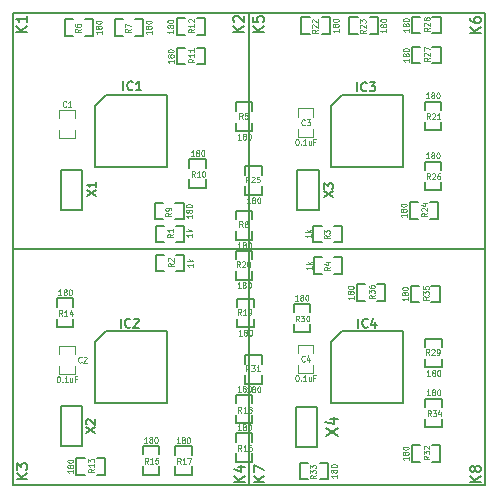
<source format=gto>
G04 (created by PCBNEW (2013-mar-13)-testing) date Mon 26 Aug 2013 07:19:36 AM PDT*
%MOIN*%
G04 Gerber Fmt 3.4, Leading zero omitted, Abs format*
%FSLAX34Y34*%
G01*
G70*
G90*
G04 APERTURE LIST*
%ADD10C,0.005906*%
%ADD11C,0.008000*%
%ADD12C,0.004700*%
%ADD13C,0.006000*%
%ADD14C,0.005000*%
%ADD15C,0.004500*%
G04 APERTURE END LIST*
G54D10*
G54D11*
X35283Y-35318D02*
X34933Y-35318D01*
X35283Y-35118D02*
X35083Y-35268D01*
X34933Y-35118D02*
X35133Y-35318D01*
X35083Y-34918D02*
X35066Y-34951D01*
X35050Y-34968D01*
X35016Y-34985D01*
X35000Y-34985D01*
X34966Y-34968D01*
X34950Y-34951D01*
X34933Y-34918D01*
X34933Y-34851D01*
X34950Y-34818D01*
X34966Y-34801D01*
X35000Y-34785D01*
X35016Y-34785D01*
X35050Y-34801D01*
X35066Y-34818D01*
X35083Y-34851D01*
X35083Y-34918D01*
X35100Y-34951D01*
X35116Y-34968D01*
X35150Y-34985D01*
X35216Y-34985D01*
X35250Y-34968D01*
X35266Y-34951D01*
X35283Y-34918D01*
X35283Y-34851D01*
X35266Y-34818D01*
X35250Y-34801D01*
X35216Y-34785D01*
X35150Y-34785D01*
X35116Y-34801D01*
X35100Y-34818D01*
X35083Y-34851D01*
X28063Y-35308D02*
X27713Y-35308D01*
X28063Y-35108D02*
X27863Y-35258D01*
X27713Y-35108D02*
X27913Y-35308D01*
X27713Y-34991D02*
X27713Y-34758D01*
X28063Y-34908D01*
X35293Y-20353D02*
X34943Y-20353D01*
X35293Y-20153D02*
X35093Y-20303D01*
X34943Y-20153D02*
X35143Y-20353D01*
X34943Y-19853D02*
X34943Y-19920D01*
X34960Y-19953D01*
X34976Y-19970D01*
X35026Y-20003D01*
X35093Y-20020D01*
X35226Y-20020D01*
X35260Y-20003D01*
X35276Y-19986D01*
X35293Y-19953D01*
X35293Y-19886D01*
X35276Y-19853D01*
X35260Y-19836D01*
X35226Y-19820D01*
X35143Y-19820D01*
X35110Y-19836D01*
X35093Y-19853D01*
X35076Y-19886D01*
X35076Y-19953D01*
X35093Y-19986D01*
X35110Y-20003D01*
X35143Y-20020D01*
X28058Y-20333D02*
X27708Y-20333D01*
X28058Y-20133D02*
X27858Y-20283D01*
X27708Y-20133D02*
X27908Y-20333D01*
X27708Y-19816D02*
X27708Y-19983D01*
X27875Y-20000D01*
X27858Y-19983D01*
X27841Y-19950D01*
X27841Y-19866D01*
X27858Y-19833D01*
X27875Y-19816D01*
X27908Y-19800D01*
X27991Y-19800D01*
X28025Y-19816D01*
X28041Y-19833D01*
X28058Y-19866D01*
X28058Y-19950D01*
X28041Y-19983D01*
X28025Y-20000D01*
X27423Y-35308D02*
X27073Y-35308D01*
X27423Y-35108D02*
X27223Y-35258D01*
X27073Y-35108D02*
X27273Y-35308D01*
X27190Y-34808D02*
X27423Y-34808D01*
X27056Y-34891D02*
X27306Y-34975D01*
X27306Y-34758D01*
X20163Y-35238D02*
X19813Y-35238D01*
X20163Y-35038D02*
X19963Y-35188D01*
X19813Y-35038D02*
X20013Y-35238D01*
X19813Y-34921D02*
X19813Y-34705D01*
X19946Y-34821D01*
X19946Y-34771D01*
X19963Y-34738D01*
X19980Y-34721D01*
X20013Y-34705D01*
X20096Y-34705D01*
X20130Y-34721D01*
X20146Y-34738D01*
X20163Y-34771D01*
X20163Y-34871D01*
X20146Y-34905D01*
X20130Y-34921D01*
X27388Y-20318D02*
X27038Y-20318D01*
X27388Y-20118D02*
X27188Y-20268D01*
X27038Y-20118D02*
X27238Y-20318D01*
X27071Y-19985D02*
X27055Y-19968D01*
X27038Y-19935D01*
X27038Y-19851D01*
X27055Y-19818D01*
X27071Y-19801D01*
X27105Y-19785D01*
X27138Y-19785D01*
X27188Y-19801D01*
X27388Y-20001D01*
X27388Y-19785D01*
X20158Y-20328D02*
X19808Y-20328D01*
X20158Y-20128D02*
X19958Y-20278D01*
X19808Y-20128D02*
X20008Y-20328D01*
X20158Y-19795D02*
X20158Y-19995D01*
X20158Y-19895D02*
X19808Y-19895D01*
X19858Y-19928D01*
X19891Y-19961D01*
X19908Y-19995D01*
G54D12*
X21752Y-23188D02*
X21752Y-22913D01*
X21752Y-23582D02*
X21752Y-23857D01*
X21240Y-23188D02*
X21240Y-22913D01*
X21240Y-23857D02*
X21240Y-23582D01*
X21246Y-22913D02*
X21746Y-22913D01*
X21746Y-23857D02*
X21246Y-23857D01*
G54D10*
X23622Y-19685D02*
X27559Y-19685D01*
X27559Y-19685D02*
X27559Y-27559D01*
X27559Y-27559D02*
X19685Y-27559D01*
X19685Y-27559D02*
X19685Y-19685D01*
X19685Y-19685D02*
X23818Y-19685D01*
X23622Y-27559D02*
X27559Y-27559D01*
X27559Y-27559D02*
X27559Y-35433D01*
X27559Y-35433D02*
X19685Y-35433D01*
X19685Y-35433D02*
X19685Y-27559D01*
X19685Y-27559D02*
X23818Y-27559D01*
X31496Y-19685D02*
X35433Y-19685D01*
X35433Y-19685D02*
X35433Y-27559D01*
X35433Y-27559D02*
X27559Y-27559D01*
X27559Y-27559D02*
X27559Y-19685D01*
X27559Y-19685D02*
X31692Y-19685D01*
X31496Y-27559D02*
X35433Y-27559D01*
X35433Y-27559D02*
X35433Y-35433D01*
X35433Y-35433D02*
X27559Y-35433D01*
X27559Y-35433D02*
X27559Y-27559D01*
X27559Y-27559D02*
X31692Y-27559D01*
G54D11*
X22007Y-24921D02*
X22007Y-26259D01*
X22007Y-26259D02*
X21299Y-26259D01*
X21299Y-26259D02*
X21299Y-24921D01*
X21299Y-24921D02*
X22007Y-24921D01*
X22007Y-32795D02*
X22007Y-34133D01*
X22007Y-34133D02*
X21299Y-34133D01*
X21299Y-34133D02*
X21299Y-32795D01*
X21299Y-32795D02*
X22007Y-32795D01*
X29881Y-24921D02*
X29881Y-26259D01*
X29881Y-26259D02*
X29173Y-26259D01*
X29173Y-26259D02*
X29173Y-24921D01*
X29173Y-24921D02*
X29881Y-24921D01*
X29829Y-32811D02*
X29829Y-34149D01*
X29829Y-34149D02*
X29121Y-34149D01*
X29121Y-34149D02*
X29121Y-32811D01*
X29121Y-32811D02*
X29829Y-32811D01*
G54D12*
X21752Y-31062D02*
X21752Y-30787D01*
X21752Y-31456D02*
X21752Y-31731D01*
X21240Y-31062D02*
X21240Y-30787D01*
X21240Y-31731D02*
X21240Y-31456D01*
X21246Y-30787D02*
X21746Y-30787D01*
X21746Y-31731D02*
X21246Y-31731D01*
G54D13*
X22797Y-22422D02*
X24447Y-22422D01*
X24447Y-22422D02*
X24822Y-22422D01*
X24822Y-22422D02*
X24822Y-24822D01*
X24822Y-24822D02*
X22422Y-24822D01*
X22422Y-24822D02*
X22422Y-22797D01*
X22422Y-22797D02*
X22797Y-22422D01*
X22797Y-30296D02*
X24447Y-30296D01*
X24447Y-30296D02*
X24822Y-30296D01*
X24822Y-30296D02*
X24822Y-32696D01*
X24822Y-32696D02*
X22422Y-32696D01*
X22422Y-32696D02*
X22422Y-30671D01*
X22422Y-30671D02*
X22797Y-30296D01*
X30671Y-22422D02*
X32321Y-22422D01*
X32321Y-22422D02*
X32696Y-22422D01*
X32696Y-22422D02*
X32696Y-24822D01*
X32696Y-24822D02*
X30296Y-24822D01*
X30296Y-24822D02*
X30296Y-22797D01*
X30296Y-22797D02*
X30671Y-22422D01*
X30671Y-30296D02*
X32321Y-30296D01*
X32321Y-30296D02*
X32696Y-30296D01*
X32696Y-30296D02*
X32696Y-32696D01*
X32696Y-32696D02*
X30296Y-32696D01*
X30296Y-32696D02*
X30296Y-30671D01*
X30296Y-30671D02*
X30671Y-30296D01*
G54D12*
X29704Y-23149D02*
X29704Y-22874D01*
X29704Y-23543D02*
X29704Y-23818D01*
X29192Y-23149D02*
X29192Y-22874D01*
X29192Y-23818D02*
X29192Y-23543D01*
X29198Y-22874D02*
X29698Y-22874D01*
X29698Y-23818D02*
X29198Y-23818D01*
X29704Y-31023D02*
X29704Y-30748D01*
X29704Y-31417D02*
X29704Y-31692D01*
X29192Y-31023D02*
X29192Y-30748D01*
X29192Y-31692D02*
X29192Y-31417D01*
X29198Y-30748D02*
X29698Y-30748D01*
X29698Y-31692D02*
X29198Y-31692D01*
G54D14*
X31433Y-28735D02*
X31155Y-28735D01*
X31155Y-28735D02*
X31155Y-29285D01*
X31155Y-29285D02*
X31433Y-29285D01*
X32105Y-28735D02*
X31827Y-28735D01*
X32105Y-28735D02*
X32105Y-29285D01*
X32105Y-29285D02*
X31827Y-29285D01*
X33243Y-28775D02*
X32965Y-28775D01*
X32965Y-28775D02*
X32965Y-29325D01*
X32965Y-29325D02*
X33243Y-29325D01*
X33915Y-28775D02*
X33637Y-28775D01*
X33915Y-28775D02*
X33915Y-29325D01*
X33915Y-29325D02*
X33637Y-29325D01*
X33990Y-32823D02*
X33990Y-32545D01*
X33990Y-32545D02*
X33440Y-32545D01*
X33440Y-32545D02*
X33440Y-32823D01*
X33990Y-33495D02*
X33990Y-33217D01*
X33990Y-33495D02*
X33440Y-33495D01*
X33440Y-33495D02*
X33440Y-33217D01*
X29927Y-35235D02*
X30205Y-35235D01*
X30205Y-35235D02*
X30205Y-34685D01*
X30205Y-34685D02*
X29927Y-34685D01*
X29255Y-35235D02*
X29533Y-35235D01*
X29255Y-35235D02*
X29255Y-34685D01*
X29255Y-34685D02*
X29533Y-34685D01*
X33263Y-34095D02*
X32985Y-34095D01*
X32985Y-34095D02*
X32985Y-34645D01*
X32985Y-34645D02*
X33263Y-34645D01*
X33935Y-34095D02*
X33657Y-34095D01*
X33935Y-34095D02*
X33935Y-34645D01*
X33935Y-34645D02*
X33657Y-34645D01*
X27441Y-31771D02*
X27441Y-32049D01*
X27441Y-32049D02*
X27991Y-32049D01*
X27991Y-32049D02*
X27991Y-31771D01*
X27441Y-31099D02*
X27441Y-31377D01*
X27441Y-31099D02*
X27991Y-31099D01*
X27991Y-31099D02*
X27991Y-31377D01*
X29595Y-29663D02*
X29595Y-29385D01*
X29595Y-29385D02*
X29045Y-29385D01*
X29045Y-29385D02*
X29045Y-29663D01*
X29595Y-30335D02*
X29595Y-30057D01*
X29595Y-30335D02*
X29045Y-30335D01*
X29045Y-30335D02*
X29045Y-30057D01*
X33440Y-31227D02*
X33440Y-31505D01*
X33440Y-31505D02*
X33990Y-31505D01*
X33990Y-31505D02*
X33990Y-31227D01*
X33440Y-30555D02*
X33440Y-30833D01*
X33440Y-30555D02*
X33990Y-30555D01*
X33990Y-30555D02*
X33990Y-30833D01*
X33273Y-19815D02*
X32995Y-19815D01*
X32995Y-19815D02*
X32995Y-20365D01*
X32995Y-20365D02*
X33273Y-20365D01*
X33945Y-19815D02*
X33667Y-19815D01*
X33945Y-19815D02*
X33945Y-20365D01*
X33945Y-20365D02*
X33667Y-20365D01*
X33273Y-20815D02*
X32995Y-20815D01*
X32995Y-20815D02*
X32995Y-21365D01*
X32995Y-21365D02*
X33273Y-21365D01*
X33945Y-20815D02*
X33667Y-20815D01*
X33945Y-20815D02*
X33945Y-21365D01*
X33945Y-21365D02*
X33667Y-21365D01*
X33965Y-24923D02*
X33965Y-24645D01*
X33965Y-24645D02*
X33415Y-24645D01*
X33415Y-24645D02*
X33415Y-24923D01*
X33965Y-25595D02*
X33965Y-25317D01*
X33965Y-25595D02*
X33415Y-25595D01*
X33415Y-25595D02*
X33415Y-25317D01*
X27441Y-25472D02*
X27441Y-25750D01*
X27441Y-25750D02*
X27991Y-25750D01*
X27991Y-25750D02*
X27991Y-25472D01*
X27441Y-24800D02*
X27441Y-25078D01*
X27441Y-24800D02*
X27991Y-24800D01*
X27991Y-24800D02*
X27991Y-25078D01*
X33193Y-25995D02*
X32915Y-25995D01*
X32915Y-25995D02*
X32915Y-26545D01*
X32915Y-26545D02*
X33193Y-26545D01*
X33865Y-25995D02*
X33587Y-25995D01*
X33865Y-25995D02*
X33865Y-26545D01*
X33865Y-26545D02*
X33587Y-26545D01*
X31577Y-20385D02*
X31855Y-20385D01*
X31855Y-20385D02*
X31855Y-19835D01*
X31855Y-19835D02*
X31577Y-19835D01*
X30905Y-20385D02*
X31183Y-20385D01*
X30905Y-20385D02*
X30905Y-19835D01*
X30905Y-19835D02*
X31183Y-19835D01*
X29982Y-20380D02*
X30260Y-20380D01*
X30260Y-20380D02*
X30260Y-19830D01*
X30260Y-19830D02*
X29982Y-19830D01*
X29310Y-20380D02*
X29588Y-20380D01*
X29310Y-20380D02*
X29310Y-19830D01*
X29310Y-19830D02*
X29588Y-19830D01*
X33965Y-22923D02*
X33965Y-22645D01*
X33965Y-22645D02*
X33415Y-22645D01*
X33415Y-22645D02*
X33415Y-22923D01*
X33965Y-23595D02*
X33965Y-23317D01*
X33965Y-23595D02*
X33415Y-23595D01*
X33415Y-23595D02*
X33415Y-23317D01*
X27125Y-28297D02*
X27125Y-28575D01*
X27125Y-28575D02*
X27675Y-28575D01*
X27675Y-28575D02*
X27675Y-28297D01*
X27125Y-27625D02*
X27125Y-27903D01*
X27125Y-27625D02*
X27675Y-27625D01*
X27675Y-27625D02*
X27675Y-27903D01*
X27165Y-29887D02*
X27165Y-30165D01*
X27165Y-30165D02*
X27715Y-30165D01*
X27715Y-30165D02*
X27715Y-29887D01*
X27165Y-29215D02*
X27165Y-29493D01*
X27165Y-29215D02*
X27715Y-29215D01*
X27715Y-29215D02*
X27715Y-29493D01*
X27675Y-32698D02*
X27675Y-32420D01*
X27675Y-32420D02*
X27125Y-32420D01*
X27125Y-32420D02*
X27125Y-32698D01*
X27675Y-33370D02*
X27675Y-33092D01*
X27675Y-33370D02*
X27125Y-33370D01*
X27125Y-33370D02*
X27125Y-33092D01*
X25645Y-34413D02*
X25645Y-34135D01*
X25645Y-34135D02*
X25095Y-34135D01*
X25095Y-34135D02*
X25095Y-34413D01*
X25645Y-35085D02*
X25645Y-34807D01*
X25645Y-35085D02*
X25095Y-35085D01*
X25095Y-35085D02*
X25095Y-34807D01*
X27676Y-33976D02*
X27676Y-33698D01*
X27676Y-33698D02*
X27126Y-33698D01*
X27126Y-33698D02*
X27126Y-33976D01*
X27676Y-34648D02*
X27676Y-34370D01*
X27676Y-34648D02*
X27126Y-34648D01*
X27126Y-34648D02*
X27126Y-34370D01*
X24565Y-34403D02*
X24565Y-34125D01*
X24565Y-34125D02*
X24015Y-34125D01*
X24015Y-34125D02*
X24015Y-34403D01*
X24565Y-35075D02*
X24565Y-34797D01*
X24565Y-35075D02*
X24015Y-35075D01*
X24015Y-35075D02*
X24015Y-34797D01*
X21705Y-29483D02*
X21705Y-29205D01*
X21705Y-29205D02*
X21155Y-29205D01*
X21155Y-29205D02*
X21155Y-29483D01*
X21705Y-30155D02*
X21705Y-29877D01*
X21705Y-30155D02*
X21155Y-30155D01*
X21155Y-30155D02*
X21155Y-29877D01*
X22086Y-34528D02*
X21808Y-34528D01*
X21808Y-34528D02*
X21808Y-35078D01*
X21808Y-35078D02*
X22086Y-35078D01*
X22758Y-34528D02*
X22480Y-34528D01*
X22758Y-34528D02*
X22758Y-35078D01*
X22758Y-35078D02*
X22480Y-35078D01*
X25423Y-19865D02*
X25145Y-19865D01*
X25145Y-19865D02*
X25145Y-20415D01*
X25145Y-20415D02*
X25423Y-20415D01*
X26095Y-19865D02*
X25817Y-19865D01*
X26095Y-19865D02*
X26095Y-20415D01*
X26095Y-20415D02*
X25817Y-20415D01*
X25428Y-20850D02*
X25150Y-20850D01*
X25150Y-20850D02*
X25150Y-21400D01*
X25150Y-21400D02*
X25428Y-21400D01*
X26100Y-20850D02*
X25822Y-20850D01*
X26100Y-20850D02*
X26100Y-21400D01*
X26100Y-21400D02*
X25822Y-21400D01*
X26125Y-24843D02*
X26125Y-24565D01*
X26125Y-24565D02*
X25575Y-24565D01*
X25575Y-24565D02*
X25575Y-24843D01*
X26125Y-25515D02*
X26125Y-25237D01*
X26125Y-25515D02*
X25575Y-25515D01*
X25575Y-25515D02*
X25575Y-25237D01*
X25102Y-26570D02*
X25380Y-26570D01*
X25380Y-26570D02*
X25380Y-26020D01*
X25380Y-26020D02*
X25102Y-26020D01*
X24430Y-26570D02*
X24708Y-26570D01*
X24430Y-26570D02*
X24430Y-26020D01*
X24430Y-26020D02*
X24708Y-26020D01*
X27126Y-26968D02*
X27126Y-27246D01*
X27126Y-27246D02*
X27676Y-27246D01*
X27676Y-27246D02*
X27676Y-26968D01*
X27126Y-26296D02*
X27126Y-26574D01*
X27126Y-26296D02*
X27676Y-26296D01*
X27676Y-26296D02*
X27676Y-26574D01*
X23752Y-20445D02*
X24030Y-20445D01*
X24030Y-20445D02*
X24030Y-19895D01*
X24030Y-19895D02*
X23752Y-19895D01*
X23080Y-20445D02*
X23358Y-20445D01*
X23080Y-20445D02*
X23080Y-19895D01*
X23080Y-19895D02*
X23358Y-19895D01*
X22087Y-20445D02*
X22365Y-20445D01*
X22365Y-20445D02*
X22365Y-19895D01*
X22365Y-19895D02*
X22087Y-19895D01*
X21415Y-20445D02*
X21693Y-20445D01*
X21415Y-20445D02*
X21415Y-19895D01*
X21415Y-19895D02*
X21693Y-19895D01*
X27126Y-23346D02*
X27126Y-23624D01*
X27126Y-23624D02*
X27676Y-23624D01*
X27676Y-23624D02*
X27676Y-23346D01*
X27126Y-22674D02*
X27126Y-22952D01*
X27126Y-22674D02*
X27676Y-22674D01*
X27676Y-22674D02*
X27676Y-22952D01*
X30392Y-28380D02*
X30670Y-28380D01*
X30670Y-28380D02*
X30670Y-27830D01*
X30670Y-27830D02*
X30392Y-27830D01*
X29720Y-28380D02*
X29998Y-28380D01*
X29720Y-28380D02*
X29720Y-27830D01*
X29720Y-27830D02*
X29998Y-27830D01*
X30382Y-27325D02*
X30660Y-27325D01*
X30660Y-27325D02*
X30660Y-26775D01*
X30660Y-26775D02*
X30382Y-26775D01*
X29710Y-27325D02*
X29988Y-27325D01*
X29710Y-27325D02*
X29710Y-26775D01*
X29710Y-26775D02*
X29988Y-26775D01*
X24733Y-27755D02*
X24455Y-27755D01*
X24455Y-27755D02*
X24455Y-28305D01*
X24455Y-28305D02*
X24733Y-28305D01*
X25405Y-27755D02*
X25127Y-27755D01*
X25405Y-27755D02*
X25405Y-28305D01*
X25405Y-28305D02*
X25127Y-28305D01*
X24723Y-26780D02*
X24445Y-26780D01*
X24445Y-26780D02*
X24445Y-27330D01*
X24445Y-27330D02*
X24723Y-27330D01*
X25395Y-26780D02*
X25117Y-26780D01*
X25395Y-26780D02*
X25395Y-27330D01*
X25395Y-27330D02*
X25117Y-27330D01*
G54D15*
X21465Y-22806D02*
X21456Y-22815D01*
X21430Y-22825D01*
X21413Y-22825D01*
X21387Y-22815D01*
X21370Y-22796D01*
X21362Y-22777D01*
X21353Y-22739D01*
X21353Y-22711D01*
X21362Y-22673D01*
X21370Y-22654D01*
X21387Y-22635D01*
X21413Y-22625D01*
X21430Y-22625D01*
X21456Y-22635D01*
X21465Y-22644D01*
X21636Y-22825D02*
X21533Y-22825D01*
X21585Y-22825D02*
X21585Y-22625D01*
X21567Y-22654D01*
X21550Y-22673D01*
X21533Y-22682D01*
G54D13*
X22158Y-25794D02*
X22458Y-25594D01*
X22158Y-25594D02*
X22458Y-25794D01*
X22458Y-25322D02*
X22458Y-25494D01*
X22458Y-25408D02*
X22158Y-25408D01*
X22201Y-25436D01*
X22229Y-25465D01*
X22244Y-25494D01*
X22119Y-33707D02*
X22419Y-33507D01*
X22119Y-33507D02*
X22419Y-33707D01*
X22147Y-33407D02*
X22133Y-33393D01*
X22119Y-33364D01*
X22119Y-33293D01*
X22133Y-33264D01*
X22147Y-33250D01*
X22176Y-33235D01*
X22204Y-33235D01*
X22247Y-33250D01*
X22419Y-33421D01*
X22419Y-33235D01*
X30071Y-25833D02*
X30371Y-25633D01*
X30071Y-25633D02*
X30371Y-25833D01*
X30071Y-25547D02*
X30071Y-25361D01*
X30186Y-25461D01*
X30186Y-25419D01*
X30200Y-25390D01*
X30214Y-25376D01*
X30243Y-25361D01*
X30314Y-25361D01*
X30343Y-25376D01*
X30357Y-25390D01*
X30371Y-25419D01*
X30371Y-25504D01*
X30357Y-25533D01*
X30343Y-25547D01*
G54D11*
X30121Y-33803D02*
X30521Y-33537D01*
X30121Y-33537D02*
X30521Y-33803D01*
X30255Y-33213D02*
X30521Y-33213D01*
X30102Y-33308D02*
X30388Y-33403D01*
X30388Y-33156D01*
G54D15*
X21977Y-31331D02*
X21969Y-31340D01*
X21943Y-31350D01*
X21926Y-31350D01*
X21900Y-31340D01*
X21883Y-31321D01*
X21875Y-31302D01*
X21866Y-31264D01*
X21866Y-31236D01*
X21875Y-31197D01*
X21883Y-31178D01*
X21900Y-31159D01*
X21926Y-31150D01*
X21943Y-31150D01*
X21969Y-31159D01*
X21977Y-31169D01*
X22046Y-31169D02*
X22055Y-31159D01*
X22072Y-31150D01*
X22115Y-31150D01*
X22132Y-31159D01*
X22140Y-31169D01*
X22149Y-31188D01*
X22149Y-31207D01*
X22140Y-31236D01*
X22037Y-31350D01*
X22149Y-31350D01*
X21200Y-31800D02*
X21217Y-31800D01*
X21234Y-31809D01*
X21243Y-31819D01*
X21251Y-31838D01*
X21260Y-31876D01*
X21260Y-31924D01*
X21251Y-31962D01*
X21243Y-31981D01*
X21234Y-31990D01*
X21217Y-32000D01*
X21200Y-32000D01*
X21183Y-31990D01*
X21174Y-31981D01*
X21166Y-31962D01*
X21157Y-31924D01*
X21157Y-31876D01*
X21166Y-31838D01*
X21174Y-31819D01*
X21183Y-31809D01*
X21200Y-31800D01*
X21337Y-31981D02*
X21346Y-31990D01*
X21337Y-32000D01*
X21328Y-31990D01*
X21337Y-31981D01*
X21337Y-32000D01*
X21517Y-32000D02*
X21414Y-32000D01*
X21466Y-32000D02*
X21466Y-31800D01*
X21448Y-31828D01*
X21431Y-31847D01*
X21414Y-31857D01*
X21671Y-31866D02*
X21671Y-32000D01*
X21594Y-31866D02*
X21594Y-31971D01*
X21603Y-31990D01*
X21620Y-32000D01*
X21646Y-32000D01*
X21663Y-31990D01*
X21671Y-31981D01*
X21817Y-31895D02*
X21757Y-31895D01*
X21757Y-32000D02*
X21757Y-31800D01*
X21843Y-31800D01*
G54D13*
X23368Y-22261D02*
X23368Y-21961D01*
X23682Y-22233D02*
X23668Y-22247D01*
X23625Y-22261D01*
X23597Y-22261D01*
X23554Y-22247D01*
X23525Y-22218D01*
X23511Y-22190D01*
X23497Y-22133D01*
X23497Y-22090D01*
X23511Y-22033D01*
X23525Y-22004D01*
X23554Y-21975D01*
X23597Y-21961D01*
X23625Y-21961D01*
X23668Y-21975D01*
X23682Y-21990D01*
X23968Y-22261D02*
X23797Y-22261D01*
X23882Y-22261D02*
X23882Y-21961D01*
X23854Y-22004D01*
X23825Y-22033D01*
X23797Y-22047D01*
X23289Y-30175D02*
X23289Y-29875D01*
X23604Y-30146D02*
X23589Y-30160D01*
X23546Y-30175D01*
X23518Y-30175D01*
X23475Y-30160D01*
X23446Y-30132D01*
X23432Y-30103D01*
X23418Y-30046D01*
X23418Y-30003D01*
X23432Y-29946D01*
X23446Y-29917D01*
X23475Y-29889D01*
X23518Y-29875D01*
X23546Y-29875D01*
X23589Y-29889D01*
X23604Y-29903D01*
X23718Y-29903D02*
X23732Y-29889D01*
X23761Y-29875D01*
X23832Y-29875D01*
X23861Y-29889D01*
X23875Y-29903D01*
X23889Y-29932D01*
X23889Y-29960D01*
X23875Y-30003D01*
X23704Y-30175D01*
X23889Y-30175D01*
X31163Y-22301D02*
X31163Y-22001D01*
X31478Y-22272D02*
X31463Y-22286D01*
X31420Y-22301D01*
X31392Y-22301D01*
X31349Y-22286D01*
X31320Y-22258D01*
X31306Y-22229D01*
X31292Y-22172D01*
X31292Y-22129D01*
X31306Y-22072D01*
X31320Y-22043D01*
X31349Y-22015D01*
X31392Y-22001D01*
X31420Y-22001D01*
X31463Y-22015D01*
X31478Y-22029D01*
X31578Y-22001D02*
X31763Y-22001D01*
X31663Y-22115D01*
X31706Y-22115D01*
X31735Y-22129D01*
X31749Y-22143D01*
X31763Y-22172D01*
X31763Y-22243D01*
X31749Y-22272D01*
X31735Y-22286D01*
X31706Y-22301D01*
X31620Y-22301D01*
X31592Y-22286D01*
X31578Y-22272D01*
X31203Y-30175D02*
X31203Y-29875D01*
X31517Y-30146D02*
X31503Y-30160D01*
X31460Y-30175D01*
X31431Y-30175D01*
X31388Y-30160D01*
X31360Y-30132D01*
X31346Y-30103D01*
X31331Y-30046D01*
X31331Y-30003D01*
X31346Y-29946D01*
X31360Y-29917D01*
X31388Y-29889D01*
X31431Y-29875D01*
X31460Y-29875D01*
X31503Y-29889D01*
X31517Y-29903D01*
X31774Y-29975D02*
X31774Y-30175D01*
X31703Y-29860D02*
X31631Y-30075D01*
X31817Y-30075D01*
G54D15*
X29418Y-23417D02*
X29410Y-23427D01*
X29384Y-23436D01*
X29367Y-23436D01*
X29341Y-23427D01*
X29324Y-23408D01*
X29315Y-23389D01*
X29307Y-23351D01*
X29307Y-23322D01*
X29315Y-23284D01*
X29324Y-23265D01*
X29341Y-23246D01*
X29367Y-23236D01*
X29384Y-23236D01*
X29410Y-23246D01*
X29418Y-23255D01*
X29478Y-23236D02*
X29590Y-23236D01*
X29530Y-23313D01*
X29555Y-23313D01*
X29573Y-23322D01*
X29581Y-23332D01*
X29590Y-23351D01*
X29590Y-23398D01*
X29581Y-23417D01*
X29573Y-23427D01*
X29555Y-23436D01*
X29504Y-23436D01*
X29487Y-23427D01*
X29478Y-23417D01*
X29153Y-23886D02*
X29170Y-23886D01*
X29187Y-23896D01*
X29195Y-23905D01*
X29204Y-23925D01*
X29213Y-23963D01*
X29213Y-24010D01*
X29204Y-24048D01*
X29195Y-24067D01*
X29187Y-24077D01*
X29170Y-24086D01*
X29153Y-24086D01*
X29135Y-24077D01*
X29127Y-24067D01*
X29118Y-24048D01*
X29110Y-24010D01*
X29110Y-23963D01*
X29118Y-23925D01*
X29127Y-23905D01*
X29135Y-23896D01*
X29153Y-23886D01*
X29290Y-24067D02*
X29298Y-24077D01*
X29290Y-24086D01*
X29281Y-24077D01*
X29290Y-24067D01*
X29290Y-24086D01*
X29470Y-24086D02*
X29367Y-24086D01*
X29418Y-24086D02*
X29418Y-23886D01*
X29401Y-23915D01*
X29384Y-23934D01*
X29367Y-23944D01*
X29624Y-23953D02*
X29624Y-24086D01*
X29547Y-23953D02*
X29547Y-24058D01*
X29555Y-24077D01*
X29573Y-24086D01*
X29598Y-24086D01*
X29615Y-24077D01*
X29624Y-24067D01*
X29770Y-23982D02*
X29710Y-23982D01*
X29710Y-24086D02*
X29710Y-23886D01*
X29795Y-23886D01*
X29418Y-31291D02*
X29410Y-31301D01*
X29384Y-31310D01*
X29367Y-31310D01*
X29341Y-31301D01*
X29324Y-31282D01*
X29315Y-31263D01*
X29307Y-31225D01*
X29307Y-31196D01*
X29315Y-31158D01*
X29324Y-31139D01*
X29341Y-31120D01*
X29367Y-31110D01*
X29384Y-31110D01*
X29410Y-31120D01*
X29418Y-31129D01*
X29573Y-31177D02*
X29573Y-31310D01*
X29530Y-31101D02*
X29487Y-31244D01*
X29598Y-31244D01*
X29153Y-31760D02*
X29170Y-31760D01*
X29187Y-31770D01*
X29195Y-31779D01*
X29204Y-31799D01*
X29213Y-31837D01*
X29213Y-31884D01*
X29204Y-31922D01*
X29195Y-31941D01*
X29187Y-31951D01*
X29170Y-31960D01*
X29153Y-31960D01*
X29135Y-31951D01*
X29127Y-31941D01*
X29118Y-31922D01*
X29110Y-31884D01*
X29110Y-31837D01*
X29118Y-31799D01*
X29127Y-31779D01*
X29135Y-31770D01*
X29153Y-31760D01*
X29290Y-31941D02*
X29298Y-31951D01*
X29290Y-31960D01*
X29281Y-31951D01*
X29290Y-31941D01*
X29290Y-31960D01*
X29470Y-31960D02*
X29367Y-31960D01*
X29418Y-31960D02*
X29418Y-31760D01*
X29401Y-31789D01*
X29384Y-31808D01*
X29367Y-31818D01*
X29624Y-31827D02*
X29624Y-31960D01*
X29547Y-31827D02*
X29547Y-31932D01*
X29555Y-31951D01*
X29573Y-31960D01*
X29598Y-31960D01*
X29615Y-31951D01*
X29624Y-31941D01*
X29770Y-31856D02*
X29710Y-31856D01*
X29710Y-31960D02*
X29710Y-31760D01*
X29795Y-31760D01*
X31744Y-29100D02*
X31650Y-29160D01*
X31744Y-29203D02*
X31547Y-29203D01*
X31547Y-29135D01*
X31556Y-29117D01*
X31565Y-29109D01*
X31584Y-29100D01*
X31612Y-29100D01*
X31631Y-29109D01*
X31640Y-29117D01*
X31650Y-29135D01*
X31650Y-29203D01*
X31547Y-29040D02*
X31547Y-28929D01*
X31622Y-28989D01*
X31622Y-28963D01*
X31631Y-28946D01*
X31640Y-28937D01*
X31659Y-28929D01*
X31706Y-28929D01*
X31725Y-28937D01*
X31734Y-28946D01*
X31744Y-28963D01*
X31744Y-29015D01*
X31734Y-29032D01*
X31725Y-29040D01*
X31547Y-28775D02*
X31547Y-28809D01*
X31556Y-28826D01*
X31565Y-28835D01*
X31594Y-28852D01*
X31631Y-28860D01*
X31706Y-28860D01*
X31725Y-28852D01*
X31734Y-28843D01*
X31744Y-28826D01*
X31744Y-28792D01*
X31734Y-28775D01*
X31725Y-28766D01*
X31706Y-28757D01*
X31659Y-28757D01*
X31640Y-28766D01*
X31631Y-28775D01*
X31622Y-28792D01*
X31622Y-28826D01*
X31631Y-28843D01*
X31640Y-28852D01*
X31659Y-28860D01*
X31051Y-29130D02*
X31051Y-29232D01*
X31051Y-29181D02*
X30851Y-29181D01*
X30880Y-29198D01*
X30899Y-29215D01*
X30908Y-29232D01*
X30937Y-29027D02*
X30927Y-29044D01*
X30918Y-29052D01*
X30899Y-29061D01*
X30889Y-29061D01*
X30870Y-29052D01*
X30861Y-29044D01*
X30851Y-29027D01*
X30851Y-28992D01*
X30861Y-28975D01*
X30870Y-28967D01*
X30889Y-28958D01*
X30899Y-28958D01*
X30918Y-28967D01*
X30927Y-28975D01*
X30937Y-28992D01*
X30937Y-29027D01*
X30946Y-29044D01*
X30956Y-29052D01*
X30975Y-29061D01*
X31013Y-29061D01*
X31032Y-29052D01*
X31041Y-29044D01*
X31051Y-29027D01*
X31051Y-28992D01*
X31041Y-28975D01*
X31032Y-28967D01*
X31013Y-28958D01*
X30975Y-28958D01*
X30956Y-28967D01*
X30946Y-28975D01*
X30937Y-28992D01*
X30851Y-28847D02*
X30851Y-28829D01*
X30861Y-28812D01*
X30870Y-28804D01*
X30889Y-28795D01*
X30927Y-28787D01*
X30975Y-28787D01*
X31013Y-28795D01*
X31032Y-28804D01*
X31041Y-28812D01*
X31051Y-28829D01*
X31051Y-28847D01*
X31041Y-28864D01*
X31032Y-28872D01*
X31013Y-28881D01*
X30975Y-28889D01*
X30927Y-28889D01*
X30889Y-28881D01*
X30870Y-28872D01*
X30861Y-28864D01*
X30851Y-28847D01*
X33554Y-29140D02*
X33460Y-29200D01*
X33554Y-29243D02*
X33357Y-29243D01*
X33357Y-29175D01*
X33366Y-29157D01*
X33375Y-29149D01*
X33394Y-29140D01*
X33422Y-29140D01*
X33441Y-29149D01*
X33450Y-29157D01*
X33460Y-29175D01*
X33460Y-29243D01*
X33357Y-29080D02*
X33357Y-28969D01*
X33432Y-29029D01*
X33432Y-29003D01*
X33441Y-28986D01*
X33450Y-28977D01*
X33469Y-28969D01*
X33516Y-28969D01*
X33535Y-28977D01*
X33544Y-28986D01*
X33554Y-29003D01*
X33554Y-29055D01*
X33544Y-29072D01*
X33535Y-29080D01*
X33357Y-28806D02*
X33357Y-28892D01*
X33450Y-28900D01*
X33441Y-28892D01*
X33432Y-28875D01*
X33432Y-28832D01*
X33441Y-28815D01*
X33450Y-28806D01*
X33469Y-28797D01*
X33516Y-28797D01*
X33535Y-28806D01*
X33544Y-28815D01*
X33554Y-28832D01*
X33554Y-28875D01*
X33544Y-28892D01*
X33535Y-28900D01*
X32861Y-29170D02*
X32861Y-29272D01*
X32861Y-29221D02*
X32661Y-29221D01*
X32690Y-29238D01*
X32709Y-29255D01*
X32718Y-29272D01*
X32747Y-29067D02*
X32737Y-29084D01*
X32728Y-29092D01*
X32709Y-29101D01*
X32699Y-29101D01*
X32680Y-29092D01*
X32671Y-29084D01*
X32661Y-29067D01*
X32661Y-29032D01*
X32671Y-29015D01*
X32680Y-29007D01*
X32699Y-28998D01*
X32709Y-28998D01*
X32728Y-29007D01*
X32737Y-29015D01*
X32747Y-29032D01*
X32747Y-29067D01*
X32756Y-29084D01*
X32766Y-29092D01*
X32785Y-29101D01*
X32823Y-29101D01*
X32842Y-29092D01*
X32851Y-29084D01*
X32861Y-29067D01*
X32861Y-29032D01*
X32851Y-29015D01*
X32842Y-29007D01*
X32823Y-28998D01*
X32785Y-28998D01*
X32766Y-29007D01*
X32756Y-29015D01*
X32747Y-29032D01*
X32661Y-28887D02*
X32661Y-28869D01*
X32671Y-28852D01*
X32680Y-28844D01*
X32699Y-28835D01*
X32737Y-28827D01*
X32785Y-28827D01*
X32823Y-28835D01*
X32842Y-28844D01*
X32851Y-28852D01*
X32861Y-28869D01*
X32861Y-28887D01*
X32851Y-28904D01*
X32842Y-28912D01*
X32823Y-28921D01*
X32785Y-28929D01*
X32737Y-28929D01*
X32699Y-28921D01*
X32680Y-28912D01*
X32671Y-28904D01*
X32661Y-28887D01*
X33624Y-33134D02*
X33564Y-33040D01*
X33521Y-33134D02*
X33521Y-32937D01*
X33590Y-32937D01*
X33607Y-32946D01*
X33615Y-32955D01*
X33624Y-32974D01*
X33624Y-33002D01*
X33615Y-33021D01*
X33607Y-33030D01*
X33590Y-33040D01*
X33521Y-33040D01*
X33684Y-32937D02*
X33795Y-32937D01*
X33735Y-33012D01*
X33761Y-33012D01*
X33778Y-33021D01*
X33787Y-33030D01*
X33795Y-33049D01*
X33795Y-33096D01*
X33787Y-33115D01*
X33778Y-33124D01*
X33761Y-33134D01*
X33710Y-33134D01*
X33692Y-33124D01*
X33684Y-33115D01*
X33950Y-33002D02*
X33950Y-33134D01*
X33907Y-32927D02*
X33864Y-33068D01*
X33975Y-33068D01*
X33595Y-32441D02*
X33492Y-32441D01*
X33543Y-32441D02*
X33543Y-32241D01*
X33526Y-32270D01*
X33509Y-32289D01*
X33492Y-32298D01*
X33697Y-32327D02*
X33680Y-32317D01*
X33672Y-32308D01*
X33663Y-32289D01*
X33663Y-32279D01*
X33672Y-32260D01*
X33680Y-32251D01*
X33697Y-32241D01*
X33732Y-32241D01*
X33749Y-32251D01*
X33757Y-32260D01*
X33766Y-32279D01*
X33766Y-32289D01*
X33757Y-32308D01*
X33749Y-32317D01*
X33732Y-32327D01*
X33697Y-32327D01*
X33680Y-32336D01*
X33672Y-32346D01*
X33663Y-32365D01*
X33663Y-32403D01*
X33672Y-32422D01*
X33680Y-32431D01*
X33697Y-32441D01*
X33732Y-32441D01*
X33749Y-32431D01*
X33757Y-32422D01*
X33766Y-32403D01*
X33766Y-32365D01*
X33757Y-32346D01*
X33749Y-32336D01*
X33732Y-32327D01*
X33877Y-32241D02*
X33895Y-32241D01*
X33912Y-32251D01*
X33920Y-32260D01*
X33929Y-32279D01*
X33937Y-32317D01*
X33937Y-32365D01*
X33929Y-32403D01*
X33920Y-32422D01*
X33912Y-32431D01*
X33895Y-32441D01*
X33877Y-32441D01*
X33860Y-32431D01*
X33852Y-32422D01*
X33843Y-32403D01*
X33835Y-32365D01*
X33835Y-32317D01*
X33843Y-32279D01*
X33852Y-32260D01*
X33860Y-32251D01*
X33877Y-32241D01*
X29794Y-35100D02*
X29700Y-35160D01*
X29794Y-35203D02*
X29597Y-35203D01*
X29597Y-35135D01*
X29606Y-35117D01*
X29615Y-35109D01*
X29634Y-35100D01*
X29662Y-35100D01*
X29681Y-35109D01*
X29690Y-35117D01*
X29700Y-35135D01*
X29700Y-35203D01*
X29597Y-35040D02*
X29597Y-34929D01*
X29672Y-34989D01*
X29672Y-34963D01*
X29681Y-34946D01*
X29690Y-34937D01*
X29709Y-34929D01*
X29756Y-34929D01*
X29775Y-34937D01*
X29784Y-34946D01*
X29794Y-34963D01*
X29794Y-35015D01*
X29784Y-35032D01*
X29775Y-35040D01*
X29597Y-34869D02*
X29597Y-34757D01*
X29672Y-34817D01*
X29672Y-34792D01*
X29681Y-34775D01*
X29690Y-34766D01*
X29709Y-34757D01*
X29756Y-34757D01*
X29775Y-34766D01*
X29784Y-34775D01*
X29794Y-34792D01*
X29794Y-34843D01*
X29784Y-34860D01*
X29775Y-34869D01*
X30489Y-35080D02*
X30489Y-35182D01*
X30489Y-35131D02*
X30289Y-35131D01*
X30318Y-35148D01*
X30337Y-35165D01*
X30346Y-35182D01*
X30375Y-34977D02*
X30365Y-34994D01*
X30356Y-35002D01*
X30337Y-35011D01*
X30327Y-35011D01*
X30308Y-35002D01*
X30299Y-34994D01*
X30289Y-34977D01*
X30289Y-34942D01*
X30299Y-34925D01*
X30308Y-34917D01*
X30327Y-34908D01*
X30337Y-34908D01*
X30356Y-34917D01*
X30365Y-34925D01*
X30375Y-34942D01*
X30375Y-34977D01*
X30384Y-34994D01*
X30394Y-35002D01*
X30413Y-35011D01*
X30451Y-35011D01*
X30470Y-35002D01*
X30479Y-34994D01*
X30489Y-34977D01*
X30489Y-34942D01*
X30479Y-34925D01*
X30470Y-34917D01*
X30451Y-34908D01*
X30413Y-34908D01*
X30394Y-34917D01*
X30384Y-34925D01*
X30375Y-34942D01*
X30289Y-34797D02*
X30289Y-34779D01*
X30299Y-34762D01*
X30308Y-34754D01*
X30327Y-34745D01*
X30365Y-34737D01*
X30413Y-34737D01*
X30451Y-34745D01*
X30470Y-34754D01*
X30479Y-34762D01*
X30489Y-34779D01*
X30489Y-34797D01*
X30479Y-34814D01*
X30470Y-34822D01*
X30451Y-34831D01*
X30413Y-34839D01*
X30365Y-34839D01*
X30327Y-34831D01*
X30308Y-34822D01*
X30299Y-34814D01*
X30289Y-34797D01*
X33574Y-34460D02*
X33480Y-34520D01*
X33574Y-34563D02*
X33377Y-34563D01*
X33377Y-34495D01*
X33386Y-34477D01*
X33395Y-34469D01*
X33414Y-34460D01*
X33442Y-34460D01*
X33461Y-34469D01*
X33470Y-34477D01*
X33480Y-34495D01*
X33480Y-34563D01*
X33377Y-34400D02*
X33377Y-34289D01*
X33452Y-34349D01*
X33452Y-34323D01*
X33461Y-34306D01*
X33470Y-34297D01*
X33489Y-34289D01*
X33536Y-34289D01*
X33555Y-34297D01*
X33564Y-34306D01*
X33574Y-34323D01*
X33574Y-34375D01*
X33564Y-34392D01*
X33555Y-34400D01*
X33395Y-34220D02*
X33386Y-34212D01*
X33377Y-34195D01*
X33377Y-34152D01*
X33386Y-34135D01*
X33395Y-34126D01*
X33414Y-34117D01*
X33433Y-34117D01*
X33461Y-34126D01*
X33574Y-34229D01*
X33574Y-34117D01*
X32881Y-34490D02*
X32881Y-34592D01*
X32881Y-34541D02*
X32681Y-34541D01*
X32710Y-34558D01*
X32729Y-34575D01*
X32738Y-34592D01*
X32767Y-34387D02*
X32757Y-34404D01*
X32748Y-34412D01*
X32729Y-34421D01*
X32719Y-34421D01*
X32700Y-34412D01*
X32691Y-34404D01*
X32681Y-34387D01*
X32681Y-34352D01*
X32691Y-34335D01*
X32700Y-34327D01*
X32719Y-34318D01*
X32729Y-34318D01*
X32748Y-34327D01*
X32757Y-34335D01*
X32767Y-34352D01*
X32767Y-34387D01*
X32776Y-34404D01*
X32786Y-34412D01*
X32805Y-34421D01*
X32843Y-34421D01*
X32862Y-34412D01*
X32871Y-34404D01*
X32881Y-34387D01*
X32881Y-34352D01*
X32871Y-34335D01*
X32862Y-34327D01*
X32843Y-34318D01*
X32805Y-34318D01*
X32786Y-34327D01*
X32776Y-34335D01*
X32767Y-34352D01*
X32681Y-34207D02*
X32681Y-34189D01*
X32691Y-34172D01*
X32700Y-34164D01*
X32719Y-34155D01*
X32757Y-34147D01*
X32805Y-34147D01*
X32843Y-34155D01*
X32862Y-34164D01*
X32871Y-34172D01*
X32881Y-34189D01*
X32881Y-34207D01*
X32871Y-34224D01*
X32862Y-34232D01*
X32843Y-34241D01*
X32805Y-34249D01*
X32757Y-34249D01*
X32719Y-34241D01*
X32700Y-34232D01*
X32691Y-34224D01*
X32681Y-34207D01*
X27575Y-31638D02*
X27515Y-31545D01*
X27472Y-31638D02*
X27472Y-31441D01*
X27541Y-31441D01*
X27558Y-31451D01*
X27567Y-31460D01*
X27575Y-31479D01*
X27575Y-31507D01*
X27567Y-31526D01*
X27558Y-31535D01*
X27541Y-31545D01*
X27472Y-31545D01*
X27635Y-31441D02*
X27747Y-31441D01*
X27687Y-31516D01*
X27712Y-31516D01*
X27730Y-31526D01*
X27738Y-31535D01*
X27747Y-31554D01*
X27747Y-31601D01*
X27738Y-31620D01*
X27730Y-31629D01*
X27712Y-31638D01*
X27661Y-31638D01*
X27644Y-31629D01*
X27635Y-31620D01*
X27918Y-31638D02*
X27815Y-31638D01*
X27867Y-31638D02*
X27867Y-31441D01*
X27850Y-31470D01*
X27832Y-31488D01*
X27815Y-31498D01*
X27596Y-32334D02*
X27493Y-32334D01*
X27545Y-32334D02*
X27545Y-32134D01*
X27527Y-32162D01*
X27510Y-32181D01*
X27493Y-32191D01*
X27699Y-32219D02*
X27682Y-32210D01*
X27673Y-32200D01*
X27665Y-32181D01*
X27665Y-32172D01*
X27673Y-32153D01*
X27682Y-32143D01*
X27699Y-32134D01*
X27733Y-32134D01*
X27750Y-32143D01*
X27759Y-32153D01*
X27767Y-32172D01*
X27767Y-32181D01*
X27759Y-32200D01*
X27750Y-32210D01*
X27733Y-32219D01*
X27699Y-32219D01*
X27682Y-32229D01*
X27673Y-32239D01*
X27665Y-32258D01*
X27665Y-32296D01*
X27673Y-32315D01*
X27682Y-32324D01*
X27699Y-32334D01*
X27733Y-32334D01*
X27750Y-32324D01*
X27759Y-32315D01*
X27767Y-32296D01*
X27767Y-32258D01*
X27759Y-32239D01*
X27750Y-32229D01*
X27733Y-32219D01*
X27879Y-32134D02*
X27896Y-32134D01*
X27913Y-32143D01*
X27922Y-32153D01*
X27930Y-32172D01*
X27939Y-32210D01*
X27939Y-32258D01*
X27930Y-32296D01*
X27922Y-32315D01*
X27913Y-32324D01*
X27896Y-32334D01*
X27879Y-32334D01*
X27862Y-32324D01*
X27853Y-32315D01*
X27845Y-32296D01*
X27836Y-32258D01*
X27836Y-32210D01*
X27845Y-32172D01*
X27853Y-32153D01*
X27862Y-32143D01*
X27879Y-32134D01*
X29229Y-29974D02*
X29169Y-29880D01*
X29126Y-29974D02*
X29126Y-29777D01*
X29195Y-29777D01*
X29212Y-29786D01*
X29220Y-29795D01*
X29229Y-29814D01*
X29229Y-29842D01*
X29220Y-29861D01*
X29212Y-29870D01*
X29195Y-29880D01*
X29126Y-29880D01*
X29289Y-29777D02*
X29400Y-29777D01*
X29340Y-29852D01*
X29366Y-29852D01*
X29383Y-29861D01*
X29392Y-29870D01*
X29400Y-29889D01*
X29400Y-29936D01*
X29392Y-29955D01*
X29383Y-29964D01*
X29366Y-29974D01*
X29315Y-29974D01*
X29297Y-29964D01*
X29289Y-29955D01*
X29512Y-29777D02*
X29529Y-29777D01*
X29546Y-29786D01*
X29555Y-29795D01*
X29563Y-29814D01*
X29572Y-29852D01*
X29572Y-29899D01*
X29563Y-29936D01*
X29555Y-29955D01*
X29546Y-29964D01*
X29529Y-29974D01*
X29512Y-29974D01*
X29495Y-29964D01*
X29486Y-29955D01*
X29477Y-29936D01*
X29469Y-29899D01*
X29469Y-29852D01*
X29477Y-29814D01*
X29486Y-29795D01*
X29495Y-29786D01*
X29512Y-29777D01*
X29200Y-29281D02*
X29097Y-29281D01*
X29148Y-29281D02*
X29148Y-29081D01*
X29131Y-29110D01*
X29114Y-29129D01*
X29097Y-29138D01*
X29302Y-29167D02*
X29285Y-29157D01*
X29277Y-29148D01*
X29268Y-29129D01*
X29268Y-29119D01*
X29277Y-29100D01*
X29285Y-29091D01*
X29302Y-29081D01*
X29337Y-29081D01*
X29354Y-29091D01*
X29362Y-29100D01*
X29371Y-29119D01*
X29371Y-29129D01*
X29362Y-29148D01*
X29354Y-29157D01*
X29337Y-29167D01*
X29302Y-29167D01*
X29285Y-29176D01*
X29277Y-29186D01*
X29268Y-29205D01*
X29268Y-29243D01*
X29277Y-29262D01*
X29285Y-29271D01*
X29302Y-29281D01*
X29337Y-29281D01*
X29354Y-29271D01*
X29362Y-29262D01*
X29371Y-29243D01*
X29371Y-29205D01*
X29362Y-29186D01*
X29354Y-29176D01*
X29337Y-29167D01*
X29482Y-29081D02*
X29500Y-29081D01*
X29517Y-29091D01*
X29525Y-29100D01*
X29534Y-29119D01*
X29542Y-29157D01*
X29542Y-29205D01*
X29534Y-29243D01*
X29525Y-29262D01*
X29517Y-29271D01*
X29500Y-29281D01*
X29482Y-29281D01*
X29465Y-29271D01*
X29457Y-29262D01*
X29448Y-29243D01*
X29440Y-29205D01*
X29440Y-29157D01*
X29448Y-29119D01*
X29457Y-29100D01*
X29465Y-29091D01*
X29482Y-29081D01*
X33574Y-31094D02*
X33514Y-31000D01*
X33471Y-31094D02*
X33471Y-30897D01*
X33540Y-30897D01*
X33557Y-30906D01*
X33565Y-30915D01*
X33574Y-30934D01*
X33574Y-30962D01*
X33565Y-30981D01*
X33557Y-30990D01*
X33540Y-31000D01*
X33471Y-31000D01*
X33642Y-30915D02*
X33651Y-30906D01*
X33668Y-30897D01*
X33711Y-30897D01*
X33728Y-30906D01*
X33737Y-30915D01*
X33745Y-30934D01*
X33745Y-30953D01*
X33737Y-30981D01*
X33634Y-31094D01*
X33745Y-31094D01*
X33831Y-31094D02*
X33865Y-31094D01*
X33882Y-31084D01*
X33891Y-31075D01*
X33908Y-31047D01*
X33917Y-31009D01*
X33917Y-30934D01*
X33908Y-30915D01*
X33900Y-30906D01*
X33882Y-30897D01*
X33848Y-30897D01*
X33831Y-30906D01*
X33822Y-30915D01*
X33814Y-30934D01*
X33814Y-30981D01*
X33822Y-31000D01*
X33831Y-31009D01*
X33848Y-31019D01*
X33882Y-31019D01*
X33900Y-31009D01*
X33908Y-31000D01*
X33917Y-30981D01*
X33595Y-31789D02*
X33492Y-31789D01*
X33543Y-31789D02*
X33543Y-31589D01*
X33526Y-31618D01*
X33509Y-31637D01*
X33492Y-31646D01*
X33697Y-31675D02*
X33680Y-31665D01*
X33672Y-31656D01*
X33663Y-31637D01*
X33663Y-31627D01*
X33672Y-31608D01*
X33680Y-31599D01*
X33697Y-31589D01*
X33732Y-31589D01*
X33749Y-31599D01*
X33757Y-31608D01*
X33766Y-31627D01*
X33766Y-31637D01*
X33757Y-31656D01*
X33749Y-31665D01*
X33732Y-31675D01*
X33697Y-31675D01*
X33680Y-31684D01*
X33672Y-31694D01*
X33663Y-31713D01*
X33663Y-31751D01*
X33672Y-31770D01*
X33680Y-31779D01*
X33697Y-31789D01*
X33732Y-31789D01*
X33749Y-31779D01*
X33757Y-31770D01*
X33766Y-31751D01*
X33766Y-31713D01*
X33757Y-31694D01*
X33749Y-31684D01*
X33732Y-31675D01*
X33877Y-31589D02*
X33895Y-31589D01*
X33912Y-31599D01*
X33920Y-31608D01*
X33929Y-31627D01*
X33937Y-31665D01*
X33937Y-31713D01*
X33929Y-31751D01*
X33920Y-31770D01*
X33912Y-31779D01*
X33895Y-31789D01*
X33877Y-31789D01*
X33860Y-31779D01*
X33852Y-31770D01*
X33843Y-31751D01*
X33835Y-31713D01*
X33835Y-31665D01*
X33843Y-31627D01*
X33852Y-31608D01*
X33860Y-31599D01*
X33877Y-31589D01*
X33584Y-20180D02*
X33490Y-20240D01*
X33584Y-20283D02*
X33387Y-20283D01*
X33387Y-20215D01*
X33396Y-20197D01*
X33405Y-20189D01*
X33424Y-20180D01*
X33452Y-20180D01*
X33471Y-20189D01*
X33480Y-20197D01*
X33490Y-20215D01*
X33490Y-20283D01*
X33405Y-20112D02*
X33396Y-20103D01*
X33387Y-20086D01*
X33387Y-20043D01*
X33396Y-20026D01*
X33405Y-20017D01*
X33424Y-20009D01*
X33443Y-20009D01*
X33471Y-20017D01*
X33584Y-20120D01*
X33584Y-20009D01*
X33471Y-19906D02*
X33462Y-19923D01*
X33452Y-19932D01*
X33434Y-19940D01*
X33424Y-19940D01*
X33405Y-19932D01*
X33396Y-19923D01*
X33387Y-19906D01*
X33387Y-19872D01*
X33396Y-19855D01*
X33405Y-19846D01*
X33424Y-19837D01*
X33434Y-19837D01*
X33452Y-19846D01*
X33462Y-19855D01*
X33471Y-19872D01*
X33471Y-19906D01*
X33480Y-19923D01*
X33490Y-19932D01*
X33509Y-19940D01*
X33546Y-19940D01*
X33565Y-19932D01*
X33574Y-19923D01*
X33584Y-19906D01*
X33584Y-19872D01*
X33574Y-19855D01*
X33565Y-19846D01*
X33546Y-19837D01*
X33509Y-19837D01*
X33490Y-19846D01*
X33480Y-19855D01*
X33471Y-19872D01*
X32891Y-20210D02*
X32891Y-20312D01*
X32891Y-20261D02*
X32691Y-20261D01*
X32720Y-20278D01*
X32739Y-20295D01*
X32748Y-20312D01*
X32777Y-20107D02*
X32767Y-20124D01*
X32758Y-20132D01*
X32739Y-20141D01*
X32729Y-20141D01*
X32710Y-20132D01*
X32701Y-20124D01*
X32691Y-20107D01*
X32691Y-20072D01*
X32701Y-20055D01*
X32710Y-20047D01*
X32729Y-20038D01*
X32739Y-20038D01*
X32758Y-20047D01*
X32767Y-20055D01*
X32777Y-20072D01*
X32777Y-20107D01*
X32786Y-20124D01*
X32796Y-20132D01*
X32815Y-20141D01*
X32853Y-20141D01*
X32872Y-20132D01*
X32881Y-20124D01*
X32891Y-20107D01*
X32891Y-20072D01*
X32881Y-20055D01*
X32872Y-20047D01*
X32853Y-20038D01*
X32815Y-20038D01*
X32796Y-20047D01*
X32786Y-20055D01*
X32777Y-20072D01*
X32691Y-19927D02*
X32691Y-19909D01*
X32701Y-19892D01*
X32710Y-19884D01*
X32729Y-19875D01*
X32767Y-19867D01*
X32815Y-19867D01*
X32853Y-19875D01*
X32872Y-19884D01*
X32881Y-19892D01*
X32891Y-19909D01*
X32891Y-19927D01*
X32881Y-19944D01*
X32872Y-19952D01*
X32853Y-19961D01*
X32815Y-19969D01*
X32767Y-19969D01*
X32729Y-19961D01*
X32710Y-19952D01*
X32701Y-19944D01*
X32691Y-19927D01*
X33584Y-21180D02*
X33490Y-21240D01*
X33584Y-21283D02*
X33387Y-21283D01*
X33387Y-21215D01*
X33396Y-21197D01*
X33405Y-21189D01*
X33424Y-21180D01*
X33452Y-21180D01*
X33471Y-21189D01*
X33480Y-21197D01*
X33490Y-21215D01*
X33490Y-21283D01*
X33405Y-21112D02*
X33396Y-21103D01*
X33387Y-21086D01*
X33387Y-21043D01*
X33396Y-21026D01*
X33405Y-21017D01*
X33424Y-21009D01*
X33443Y-21009D01*
X33471Y-21017D01*
X33584Y-21120D01*
X33584Y-21009D01*
X33387Y-20949D02*
X33387Y-20829D01*
X33584Y-20906D01*
X32891Y-21210D02*
X32891Y-21312D01*
X32891Y-21261D02*
X32691Y-21261D01*
X32720Y-21278D01*
X32739Y-21295D01*
X32748Y-21312D01*
X32777Y-21107D02*
X32767Y-21124D01*
X32758Y-21132D01*
X32739Y-21141D01*
X32729Y-21141D01*
X32710Y-21132D01*
X32701Y-21124D01*
X32691Y-21107D01*
X32691Y-21072D01*
X32701Y-21055D01*
X32710Y-21047D01*
X32729Y-21038D01*
X32739Y-21038D01*
X32758Y-21047D01*
X32767Y-21055D01*
X32777Y-21072D01*
X32777Y-21107D01*
X32786Y-21124D01*
X32796Y-21132D01*
X32815Y-21141D01*
X32853Y-21141D01*
X32872Y-21132D01*
X32881Y-21124D01*
X32891Y-21107D01*
X32891Y-21072D01*
X32881Y-21055D01*
X32872Y-21047D01*
X32853Y-21038D01*
X32815Y-21038D01*
X32796Y-21047D01*
X32786Y-21055D01*
X32777Y-21072D01*
X32691Y-20927D02*
X32691Y-20909D01*
X32701Y-20892D01*
X32710Y-20884D01*
X32729Y-20875D01*
X32767Y-20867D01*
X32815Y-20867D01*
X32853Y-20875D01*
X32872Y-20884D01*
X32881Y-20892D01*
X32891Y-20909D01*
X32891Y-20927D01*
X32881Y-20944D01*
X32872Y-20952D01*
X32853Y-20961D01*
X32815Y-20969D01*
X32767Y-20969D01*
X32729Y-20961D01*
X32710Y-20952D01*
X32701Y-20944D01*
X32691Y-20927D01*
X33599Y-25234D02*
X33539Y-25140D01*
X33496Y-25234D02*
X33496Y-25037D01*
X33565Y-25037D01*
X33582Y-25046D01*
X33590Y-25055D01*
X33599Y-25074D01*
X33599Y-25102D01*
X33590Y-25121D01*
X33582Y-25130D01*
X33565Y-25140D01*
X33496Y-25140D01*
X33667Y-25055D02*
X33676Y-25046D01*
X33693Y-25037D01*
X33736Y-25037D01*
X33753Y-25046D01*
X33762Y-25055D01*
X33770Y-25074D01*
X33770Y-25093D01*
X33762Y-25121D01*
X33659Y-25234D01*
X33770Y-25234D01*
X33925Y-25037D02*
X33890Y-25037D01*
X33873Y-25046D01*
X33865Y-25055D01*
X33847Y-25084D01*
X33839Y-25121D01*
X33839Y-25196D01*
X33847Y-25215D01*
X33856Y-25224D01*
X33873Y-25234D01*
X33907Y-25234D01*
X33925Y-25224D01*
X33933Y-25215D01*
X33942Y-25196D01*
X33942Y-25149D01*
X33933Y-25130D01*
X33925Y-25121D01*
X33907Y-25112D01*
X33873Y-25112D01*
X33856Y-25121D01*
X33847Y-25130D01*
X33839Y-25149D01*
X33570Y-24541D02*
X33467Y-24541D01*
X33518Y-24541D02*
X33518Y-24341D01*
X33501Y-24370D01*
X33484Y-24389D01*
X33467Y-24398D01*
X33672Y-24427D02*
X33655Y-24417D01*
X33647Y-24408D01*
X33638Y-24389D01*
X33638Y-24379D01*
X33647Y-24360D01*
X33655Y-24351D01*
X33672Y-24341D01*
X33707Y-24341D01*
X33724Y-24351D01*
X33732Y-24360D01*
X33741Y-24379D01*
X33741Y-24389D01*
X33732Y-24408D01*
X33724Y-24417D01*
X33707Y-24427D01*
X33672Y-24427D01*
X33655Y-24436D01*
X33647Y-24446D01*
X33638Y-24465D01*
X33638Y-24503D01*
X33647Y-24522D01*
X33655Y-24531D01*
X33672Y-24541D01*
X33707Y-24541D01*
X33724Y-24531D01*
X33732Y-24522D01*
X33741Y-24503D01*
X33741Y-24465D01*
X33732Y-24446D01*
X33724Y-24436D01*
X33707Y-24427D01*
X33852Y-24341D02*
X33870Y-24341D01*
X33887Y-24351D01*
X33895Y-24360D01*
X33904Y-24379D01*
X33912Y-24417D01*
X33912Y-24465D01*
X33904Y-24503D01*
X33895Y-24522D01*
X33887Y-24531D01*
X33870Y-24541D01*
X33852Y-24541D01*
X33835Y-24531D01*
X33827Y-24522D01*
X33818Y-24503D01*
X33810Y-24465D01*
X33810Y-24417D01*
X33818Y-24379D01*
X33827Y-24360D01*
X33835Y-24351D01*
X33852Y-24341D01*
X27575Y-25339D02*
X27515Y-25245D01*
X27472Y-25339D02*
X27472Y-25142D01*
X27541Y-25142D01*
X27558Y-25152D01*
X27567Y-25161D01*
X27575Y-25180D01*
X27575Y-25208D01*
X27567Y-25227D01*
X27558Y-25236D01*
X27541Y-25245D01*
X27472Y-25245D01*
X27644Y-25161D02*
X27652Y-25152D01*
X27670Y-25142D01*
X27712Y-25142D01*
X27730Y-25152D01*
X27738Y-25161D01*
X27747Y-25180D01*
X27747Y-25198D01*
X27738Y-25227D01*
X27635Y-25339D01*
X27747Y-25339D01*
X27910Y-25142D02*
X27824Y-25142D01*
X27815Y-25236D01*
X27824Y-25227D01*
X27841Y-25217D01*
X27884Y-25217D01*
X27901Y-25227D01*
X27910Y-25236D01*
X27918Y-25255D01*
X27918Y-25302D01*
X27910Y-25320D01*
X27901Y-25330D01*
X27884Y-25339D01*
X27841Y-25339D01*
X27824Y-25330D01*
X27815Y-25320D01*
X27596Y-26035D02*
X27493Y-26035D01*
X27545Y-26035D02*
X27545Y-25835D01*
X27527Y-25863D01*
X27510Y-25882D01*
X27493Y-25892D01*
X27699Y-25920D02*
X27682Y-25911D01*
X27673Y-25901D01*
X27665Y-25882D01*
X27665Y-25873D01*
X27673Y-25854D01*
X27682Y-25844D01*
X27699Y-25835D01*
X27733Y-25835D01*
X27750Y-25844D01*
X27759Y-25854D01*
X27767Y-25873D01*
X27767Y-25882D01*
X27759Y-25901D01*
X27750Y-25911D01*
X27733Y-25920D01*
X27699Y-25920D01*
X27682Y-25930D01*
X27673Y-25939D01*
X27665Y-25958D01*
X27665Y-25996D01*
X27673Y-26016D01*
X27682Y-26025D01*
X27699Y-26035D01*
X27733Y-26035D01*
X27750Y-26025D01*
X27759Y-26016D01*
X27767Y-25996D01*
X27767Y-25958D01*
X27759Y-25939D01*
X27750Y-25930D01*
X27733Y-25920D01*
X27879Y-25835D02*
X27896Y-25835D01*
X27913Y-25844D01*
X27922Y-25854D01*
X27930Y-25873D01*
X27939Y-25911D01*
X27939Y-25958D01*
X27930Y-25996D01*
X27922Y-26016D01*
X27913Y-26025D01*
X27896Y-26035D01*
X27879Y-26035D01*
X27862Y-26025D01*
X27853Y-26016D01*
X27845Y-25996D01*
X27836Y-25958D01*
X27836Y-25911D01*
X27845Y-25873D01*
X27853Y-25854D01*
X27862Y-25844D01*
X27879Y-25835D01*
X33504Y-26360D02*
X33410Y-26420D01*
X33504Y-26463D02*
X33307Y-26463D01*
X33307Y-26395D01*
X33316Y-26377D01*
X33325Y-26369D01*
X33344Y-26360D01*
X33372Y-26360D01*
X33391Y-26369D01*
X33400Y-26377D01*
X33410Y-26395D01*
X33410Y-26463D01*
X33325Y-26292D02*
X33316Y-26283D01*
X33307Y-26266D01*
X33307Y-26223D01*
X33316Y-26206D01*
X33325Y-26197D01*
X33344Y-26189D01*
X33363Y-26189D01*
X33391Y-26197D01*
X33504Y-26300D01*
X33504Y-26189D01*
X33372Y-26035D02*
X33504Y-26035D01*
X33297Y-26077D02*
X33438Y-26120D01*
X33438Y-26009D01*
X32811Y-26390D02*
X32811Y-26492D01*
X32811Y-26441D02*
X32611Y-26441D01*
X32640Y-26458D01*
X32659Y-26475D01*
X32668Y-26492D01*
X32697Y-26287D02*
X32687Y-26304D01*
X32678Y-26312D01*
X32659Y-26321D01*
X32649Y-26321D01*
X32630Y-26312D01*
X32621Y-26304D01*
X32611Y-26287D01*
X32611Y-26252D01*
X32621Y-26235D01*
X32630Y-26227D01*
X32649Y-26218D01*
X32659Y-26218D01*
X32678Y-26227D01*
X32687Y-26235D01*
X32697Y-26252D01*
X32697Y-26287D01*
X32706Y-26304D01*
X32716Y-26312D01*
X32735Y-26321D01*
X32773Y-26321D01*
X32792Y-26312D01*
X32801Y-26304D01*
X32811Y-26287D01*
X32811Y-26252D01*
X32801Y-26235D01*
X32792Y-26227D01*
X32773Y-26218D01*
X32735Y-26218D01*
X32716Y-26227D01*
X32706Y-26235D01*
X32697Y-26252D01*
X32611Y-26107D02*
X32611Y-26089D01*
X32621Y-26072D01*
X32630Y-26064D01*
X32649Y-26055D01*
X32687Y-26047D01*
X32735Y-26047D01*
X32773Y-26055D01*
X32792Y-26064D01*
X32801Y-26072D01*
X32811Y-26089D01*
X32811Y-26107D01*
X32801Y-26124D01*
X32792Y-26132D01*
X32773Y-26141D01*
X32735Y-26149D01*
X32687Y-26149D01*
X32649Y-26141D01*
X32630Y-26132D01*
X32621Y-26124D01*
X32611Y-26107D01*
X31444Y-20250D02*
X31350Y-20310D01*
X31444Y-20353D02*
X31247Y-20353D01*
X31247Y-20285D01*
X31256Y-20267D01*
X31265Y-20259D01*
X31284Y-20250D01*
X31312Y-20250D01*
X31331Y-20259D01*
X31340Y-20267D01*
X31350Y-20285D01*
X31350Y-20353D01*
X31265Y-20182D02*
X31256Y-20173D01*
X31247Y-20156D01*
X31247Y-20113D01*
X31256Y-20096D01*
X31265Y-20087D01*
X31284Y-20079D01*
X31303Y-20079D01*
X31331Y-20087D01*
X31444Y-20190D01*
X31444Y-20079D01*
X31247Y-20019D02*
X31247Y-19907D01*
X31322Y-19967D01*
X31322Y-19942D01*
X31331Y-19925D01*
X31340Y-19916D01*
X31359Y-19907D01*
X31406Y-19907D01*
X31425Y-19916D01*
X31434Y-19925D01*
X31444Y-19942D01*
X31444Y-19993D01*
X31434Y-20010D01*
X31425Y-20019D01*
X32139Y-20230D02*
X32139Y-20332D01*
X32139Y-20281D02*
X31939Y-20281D01*
X31968Y-20298D01*
X31987Y-20315D01*
X31996Y-20332D01*
X32025Y-20127D02*
X32015Y-20144D01*
X32006Y-20152D01*
X31987Y-20161D01*
X31977Y-20161D01*
X31958Y-20152D01*
X31949Y-20144D01*
X31939Y-20127D01*
X31939Y-20092D01*
X31949Y-20075D01*
X31958Y-20067D01*
X31977Y-20058D01*
X31987Y-20058D01*
X32006Y-20067D01*
X32015Y-20075D01*
X32025Y-20092D01*
X32025Y-20127D01*
X32034Y-20144D01*
X32044Y-20152D01*
X32063Y-20161D01*
X32101Y-20161D01*
X32120Y-20152D01*
X32129Y-20144D01*
X32139Y-20127D01*
X32139Y-20092D01*
X32129Y-20075D01*
X32120Y-20067D01*
X32101Y-20058D01*
X32063Y-20058D01*
X32044Y-20067D01*
X32034Y-20075D01*
X32025Y-20092D01*
X31939Y-19947D02*
X31939Y-19929D01*
X31949Y-19912D01*
X31958Y-19904D01*
X31977Y-19895D01*
X32015Y-19887D01*
X32063Y-19887D01*
X32101Y-19895D01*
X32120Y-19904D01*
X32129Y-19912D01*
X32139Y-19929D01*
X32139Y-19947D01*
X32129Y-19964D01*
X32120Y-19972D01*
X32101Y-19981D01*
X32063Y-19989D01*
X32015Y-19989D01*
X31977Y-19981D01*
X31958Y-19972D01*
X31949Y-19964D01*
X31939Y-19947D01*
X29849Y-20245D02*
X29755Y-20305D01*
X29849Y-20348D02*
X29652Y-20348D01*
X29652Y-20280D01*
X29661Y-20262D01*
X29670Y-20254D01*
X29689Y-20245D01*
X29717Y-20245D01*
X29736Y-20254D01*
X29745Y-20262D01*
X29755Y-20280D01*
X29755Y-20348D01*
X29670Y-20177D02*
X29661Y-20168D01*
X29652Y-20151D01*
X29652Y-20108D01*
X29661Y-20091D01*
X29670Y-20082D01*
X29689Y-20074D01*
X29708Y-20074D01*
X29736Y-20082D01*
X29849Y-20185D01*
X29849Y-20074D01*
X29670Y-20005D02*
X29661Y-19997D01*
X29652Y-19980D01*
X29652Y-19937D01*
X29661Y-19920D01*
X29670Y-19911D01*
X29689Y-19902D01*
X29708Y-19902D01*
X29736Y-19911D01*
X29849Y-20014D01*
X29849Y-19902D01*
X30544Y-20225D02*
X30544Y-20327D01*
X30544Y-20276D02*
X30344Y-20276D01*
X30373Y-20293D01*
X30392Y-20310D01*
X30401Y-20327D01*
X30430Y-20122D02*
X30420Y-20139D01*
X30411Y-20147D01*
X30392Y-20156D01*
X30382Y-20156D01*
X30363Y-20147D01*
X30354Y-20139D01*
X30344Y-20122D01*
X30344Y-20087D01*
X30354Y-20070D01*
X30363Y-20062D01*
X30382Y-20053D01*
X30392Y-20053D01*
X30411Y-20062D01*
X30420Y-20070D01*
X30430Y-20087D01*
X30430Y-20122D01*
X30439Y-20139D01*
X30449Y-20147D01*
X30468Y-20156D01*
X30506Y-20156D01*
X30525Y-20147D01*
X30534Y-20139D01*
X30544Y-20122D01*
X30544Y-20087D01*
X30534Y-20070D01*
X30525Y-20062D01*
X30506Y-20053D01*
X30468Y-20053D01*
X30449Y-20062D01*
X30439Y-20070D01*
X30430Y-20087D01*
X30344Y-19942D02*
X30344Y-19924D01*
X30354Y-19907D01*
X30363Y-19899D01*
X30382Y-19890D01*
X30420Y-19882D01*
X30468Y-19882D01*
X30506Y-19890D01*
X30525Y-19899D01*
X30534Y-19907D01*
X30544Y-19924D01*
X30544Y-19942D01*
X30534Y-19959D01*
X30525Y-19967D01*
X30506Y-19976D01*
X30468Y-19984D01*
X30420Y-19984D01*
X30382Y-19976D01*
X30363Y-19967D01*
X30354Y-19959D01*
X30344Y-19942D01*
X33599Y-23234D02*
X33539Y-23140D01*
X33496Y-23234D02*
X33496Y-23037D01*
X33565Y-23037D01*
X33582Y-23046D01*
X33590Y-23055D01*
X33599Y-23074D01*
X33599Y-23102D01*
X33590Y-23121D01*
X33582Y-23130D01*
X33565Y-23140D01*
X33496Y-23140D01*
X33667Y-23055D02*
X33676Y-23046D01*
X33693Y-23037D01*
X33736Y-23037D01*
X33753Y-23046D01*
X33762Y-23055D01*
X33770Y-23074D01*
X33770Y-23093D01*
X33762Y-23121D01*
X33659Y-23234D01*
X33770Y-23234D01*
X33942Y-23234D02*
X33839Y-23234D01*
X33890Y-23234D02*
X33890Y-23037D01*
X33873Y-23065D01*
X33856Y-23084D01*
X33839Y-23093D01*
X33570Y-22541D02*
X33467Y-22541D01*
X33518Y-22541D02*
X33518Y-22341D01*
X33501Y-22370D01*
X33484Y-22389D01*
X33467Y-22398D01*
X33672Y-22427D02*
X33655Y-22417D01*
X33647Y-22408D01*
X33638Y-22389D01*
X33638Y-22379D01*
X33647Y-22360D01*
X33655Y-22351D01*
X33672Y-22341D01*
X33707Y-22341D01*
X33724Y-22351D01*
X33732Y-22360D01*
X33741Y-22379D01*
X33741Y-22389D01*
X33732Y-22408D01*
X33724Y-22417D01*
X33707Y-22427D01*
X33672Y-22427D01*
X33655Y-22436D01*
X33647Y-22446D01*
X33638Y-22465D01*
X33638Y-22503D01*
X33647Y-22522D01*
X33655Y-22531D01*
X33672Y-22541D01*
X33707Y-22541D01*
X33724Y-22531D01*
X33732Y-22522D01*
X33741Y-22503D01*
X33741Y-22465D01*
X33732Y-22446D01*
X33724Y-22436D01*
X33707Y-22427D01*
X33852Y-22341D02*
X33870Y-22341D01*
X33887Y-22351D01*
X33895Y-22360D01*
X33904Y-22379D01*
X33912Y-22417D01*
X33912Y-22465D01*
X33904Y-22503D01*
X33895Y-22522D01*
X33887Y-22531D01*
X33870Y-22541D01*
X33852Y-22541D01*
X33835Y-22531D01*
X33827Y-22522D01*
X33818Y-22503D01*
X33810Y-22465D01*
X33810Y-22417D01*
X33818Y-22379D01*
X33827Y-22360D01*
X33835Y-22351D01*
X33852Y-22341D01*
X27259Y-28164D02*
X27199Y-28070D01*
X27156Y-28164D02*
X27156Y-27967D01*
X27225Y-27967D01*
X27242Y-27976D01*
X27250Y-27985D01*
X27259Y-28004D01*
X27259Y-28032D01*
X27250Y-28051D01*
X27242Y-28060D01*
X27225Y-28070D01*
X27156Y-28070D01*
X27327Y-27985D02*
X27336Y-27976D01*
X27353Y-27967D01*
X27396Y-27967D01*
X27413Y-27976D01*
X27422Y-27985D01*
X27430Y-28004D01*
X27430Y-28023D01*
X27422Y-28051D01*
X27319Y-28164D01*
X27430Y-28164D01*
X27542Y-27967D02*
X27559Y-27967D01*
X27576Y-27976D01*
X27585Y-27985D01*
X27593Y-28004D01*
X27602Y-28042D01*
X27602Y-28089D01*
X27593Y-28126D01*
X27585Y-28145D01*
X27576Y-28154D01*
X27559Y-28164D01*
X27542Y-28164D01*
X27525Y-28154D01*
X27516Y-28145D01*
X27507Y-28126D01*
X27499Y-28089D01*
X27499Y-28042D01*
X27507Y-28004D01*
X27516Y-27985D01*
X27525Y-27976D01*
X27542Y-27967D01*
X27280Y-28859D02*
X27177Y-28859D01*
X27228Y-28859D02*
X27228Y-28659D01*
X27211Y-28688D01*
X27194Y-28707D01*
X27177Y-28716D01*
X27382Y-28745D02*
X27365Y-28735D01*
X27357Y-28726D01*
X27348Y-28707D01*
X27348Y-28697D01*
X27357Y-28678D01*
X27365Y-28669D01*
X27382Y-28659D01*
X27417Y-28659D01*
X27434Y-28669D01*
X27442Y-28678D01*
X27451Y-28697D01*
X27451Y-28707D01*
X27442Y-28726D01*
X27434Y-28735D01*
X27417Y-28745D01*
X27382Y-28745D01*
X27365Y-28754D01*
X27357Y-28764D01*
X27348Y-28783D01*
X27348Y-28821D01*
X27357Y-28840D01*
X27365Y-28849D01*
X27382Y-28859D01*
X27417Y-28859D01*
X27434Y-28849D01*
X27442Y-28840D01*
X27451Y-28821D01*
X27451Y-28783D01*
X27442Y-28764D01*
X27434Y-28754D01*
X27417Y-28745D01*
X27562Y-28659D02*
X27580Y-28659D01*
X27597Y-28669D01*
X27605Y-28678D01*
X27614Y-28697D01*
X27622Y-28735D01*
X27622Y-28783D01*
X27614Y-28821D01*
X27605Y-28840D01*
X27597Y-28849D01*
X27580Y-28859D01*
X27562Y-28859D01*
X27545Y-28849D01*
X27537Y-28840D01*
X27528Y-28821D01*
X27520Y-28783D01*
X27520Y-28735D01*
X27528Y-28697D01*
X27537Y-28678D01*
X27545Y-28669D01*
X27562Y-28659D01*
X27299Y-29754D02*
X27239Y-29660D01*
X27196Y-29754D02*
X27196Y-29557D01*
X27265Y-29557D01*
X27282Y-29566D01*
X27290Y-29575D01*
X27299Y-29594D01*
X27299Y-29622D01*
X27290Y-29641D01*
X27282Y-29650D01*
X27265Y-29660D01*
X27196Y-29660D01*
X27470Y-29754D02*
X27367Y-29754D01*
X27419Y-29754D02*
X27419Y-29557D01*
X27402Y-29585D01*
X27385Y-29604D01*
X27367Y-29613D01*
X27556Y-29754D02*
X27590Y-29754D01*
X27607Y-29744D01*
X27616Y-29735D01*
X27633Y-29707D01*
X27642Y-29669D01*
X27642Y-29594D01*
X27633Y-29575D01*
X27625Y-29566D01*
X27607Y-29557D01*
X27573Y-29557D01*
X27556Y-29566D01*
X27547Y-29575D01*
X27539Y-29594D01*
X27539Y-29641D01*
X27547Y-29660D01*
X27556Y-29669D01*
X27573Y-29679D01*
X27607Y-29679D01*
X27625Y-29669D01*
X27633Y-29660D01*
X27642Y-29641D01*
X27320Y-30449D02*
X27217Y-30449D01*
X27268Y-30449D02*
X27268Y-30249D01*
X27251Y-30278D01*
X27234Y-30297D01*
X27217Y-30306D01*
X27422Y-30335D02*
X27405Y-30325D01*
X27397Y-30316D01*
X27388Y-30297D01*
X27388Y-30287D01*
X27397Y-30268D01*
X27405Y-30259D01*
X27422Y-30249D01*
X27457Y-30249D01*
X27474Y-30259D01*
X27482Y-30268D01*
X27491Y-30287D01*
X27491Y-30297D01*
X27482Y-30316D01*
X27474Y-30325D01*
X27457Y-30335D01*
X27422Y-30335D01*
X27405Y-30344D01*
X27397Y-30354D01*
X27388Y-30373D01*
X27388Y-30411D01*
X27397Y-30430D01*
X27405Y-30439D01*
X27422Y-30449D01*
X27457Y-30449D01*
X27474Y-30439D01*
X27482Y-30430D01*
X27491Y-30411D01*
X27491Y-30373D01*
X27482Y-30354D01*
X27474Y-30344D01*
X27457Y-30335D01*
X27602Y-30249D02*
X27620Y-30249D01*
X27637Y-30259D01*
X27645Y-30268D01*
X27654Y-30287D01*
X27662Y-30325D01*
X27662Y-30373D01*
X27654Y-30411D01*
X27645Y-30430D01*
X27637Y-30439D01*
X27620Y-30449D01*
X27602Y-30449D01*
X27585Y-30439D01*
X27577Y-30430D01*
X27568Y-30411D01*
X27560Y-30373D01*
X27560Y-30325D01*
X27568Y-30287D01*
X27577Y-30268D01*
X27585Y-30259D01*
X27602Y-30249D01*
X27309Y-33009D02*
X27249Y-32915D01*
X27206Y-33009D02*
X27206Y-32812D01*
X27275Y-32812D01*
X27292Y-32821D01*
X27300Y-32830D01*
X27309Y-32849D01*
X27309Y-32877D01*
X27300Y-32896D01*
X27292Y-32905D01*
X27275Y-32915D01*
X27206Y-32915D01*
X27480Y-33009D02*
X27377Y-33009D01*
X27429Y-33009D02*
X27429Y-32812D01*
X27412Y-32840D01*
X27395Y-32859D01*
X27377Y-32868D01*
X27583Y-32896D02*
X27566Y-32887D01*
X27557Y-32877D01*
X27549Y-32859D01*
X27549Y-32849D01*
X27557Y-32830D01*
X27566Y-32821D01*
X27583Y-32812D01*
X27617Y-32812D01*
X27635Y-32821D01*
X27643Y-32830D01*
X27652Y-32849D01*
X27652Y-32859D01*
X27643Y-32877D01*
X27635Y-32887D01*
X27617Y-32896D01*
X27583Y-32896D01*
X27566Y-32905D01*
X27557Y-32915D01*
X27549Y-32934D01*
X27549Y-32971D01*
X27557Y-32990D01*
X27566Y-32999D01*
X27583Y-33009D01*
X27617Y-33009D01*
X27635Y-32999D01*
X27643Y-32990D01*
X27652Y-32971D01*
X27652Y-32934D01*
X27643Y-32915D01*
X27635Y-32905D01*
X27617Y-32896D01*
X27280Y-32316D02*
X27177Y-32316D01*
X27228Y-32316D02*
X27228Y-32116D01*
X27211Y-32145D01*
X27194Y-32164D01*
X27177Y-32173D01*
X27382Y-32202D02*
X27365Y-32192D01*
X27357Y-32183D01*
X27348Y-32164D01*
X27348Y-32154D01*
X27357Y-32135D01*
X27365Y-32126D01*
X27382Y-32116D01*
X27417Y-32116D01*
X27434Y-32126D01*
X27442Y-32135D01*
X27451Y-32154D01*
X27451Y-32164D01*
X27442Y-32183D01*
X27434Y-32192D01*
X27417Y-32202D01*
X27382Y-32202D01*
X27365Y-32211D01*
X27357Y-32221D01*
X27348Y-32240D01*
X27348Y-32278D01*
X27357Y-32297D01*
X27365Y-32306D01*
X27382Y-32316D01*
X27417Y-32316D01*
X27434Y-32306D01*
X27442Y-32297D01*
X27451Y-32278D01*
X27451Y-32240D01*
X27442Y-32221D01*
X27434Y-32211D01*
X27417Y-32202D01*
X27562Y-32116D02*
X27580Y-32116D01*
X27597Y-32126D01*
X27605Y-32135D01*
X27614Y-32154D01*
X27622Y-32192D01*
X27622Y-32240D01*
X27614Y-32278D01*
X27605Y-32297D01*
X27597Y-32306D01*
X27580Y-32316D01*
X27562Y-32316D01*
X27545Y-32306D01*
X27537Y-32297D01*
X27528Y-32278D01*
X27520Y-32240D01*
X27520Y-32192D01*
X27528Y-32154D01*
X27537Y-32135D01*
X27545Y-32126D01*
X27562Y-32116D01*
X25279Y-34724D02*
X25219Y-34630D01*
X25176Y-34724D02*
X25176Y-34527D01*
X25245Y-34527D01*
X25262Y-34536D01*
X25270Y-34545D01*
X25279Y-34564D01*
X25279Y-34592D01*
X25270Y-34611D01*
X25262Y-34620D01*
X25245Y-34630D01*
X25176Y-34630D01*
X25450Y-34724D02*
X25347Y-34724D01*
X25399Y-34724D02*
X25399Y-34527D01*
X25382Y-34555D01*
X25365Y-34574D01*
X25347Y-34583D01*
X25510Y-34527D02*
X25630Y-34527D01*
X25553Y-34724D01*
X25250Y-34031D02*
X25147Y-34031D01*
X25198Y-34031D02*
X25198Y-33831D01*
X25181Y-33860D01*
X25164Y-33879D01*
X25147Y-33888D01*
X25352Y-33917D02*
X25335Y-33907D01*
X25327Y-33898D01*
X25318Y-33879D01*
X25318Y-33869D01*
X25327Y-33850D01*
X25335Y-33841D01*
X25352Y-33831D01*
X25387Y-33831D01*
X25404Y-33841D01*
X25412Y-33850D01*
X25421Y-33869D01*
X25421Y-33879D01*
X25412Y-33898D01*
X25404Y-33907D01*
X25387Y-33917D01*
X25352Y-33917D01*
X25335Y-33926D01*
X25327Y-33936D01*
X25318Y-33955D01*
X25318Y-33993D01*
X25327Y-34012D01*
X25335Y-34021D01*
X25352Y-34031D01*
X25387Y-34031D01*
X25404Y-34021D01*
X25412Y-34012D01*
X25421Y-33993D01*
X25421Y-33955D01*
X25412Y-33936D01*
X25404Y-33926D01*
X25387Y-33917D01*
X25532Y-33831D02*
X25550Y-33831D01*
X25567Y-33841D01*
X25575Y-33850D01*
X25584Y-33869D01*
X25592Y-33907D01*
X25592Y-33955D01*
X25584Y-33993D01*
X25575Y-34012D01*
X25567Y-34021D01*
X25550Y-34031D01*
X25532Y-34031D01*
X25515Y-34021D01*
X25507Y-34012D01*
X25498Y-33993D01*
X25490Y-33955D01*
X25490Y-33907D01*
X25498Y-33869D01*
X25507Y-33850D01*
X25515Y-33841D01*
X25532Y-33831D01*
X27310Y-34287D02*
X27250Y-34193D01*
X27208Y-34287D02*
X27208Y-34090D01*
X27276Y-34090D01*
X27293Y-34099D01*
X27302Y-34109D01*
X27310Y-34127D01*
X27310Y-34156D01*
X27302Y-34174D01*
X27293Y-34184D01*
X27276Y-34193D01*
X27208Y-34193D01*
X27482Y-34287D02*
X27379Y-34287D01*
X27430Y-34287D02*
X27430Y-34090D01*
X27413Y-34118D01*
X27396Y-34137D01*
X27379Y-34146D01*
X27636Y-34090D02*
X27602Y-34090D01*
X27585Y-34099D01*
X27576Y-34109D01*
X27559Y-34137D01*
X27550Y-34174D01*
X27550Y-34249D01*
X27559Y-34268D01*
X27568Y-34277D01*
X27585Y-34287D01*
X27619Y-34287D01*
X27636Y-34277D01*
X27645Y-34268D01*
X27653Y-34249D01*
X27653Y-34202D01*
X27645Y-34184D01*
X27636Y-34174D01*
X27619Y-34165D01*
X27585Y-34165D01*
X27568Y-34174D01*
X27559Y-34184D01*
X27550Y-34202D01*
X27281Y-33594D02*
X27178Y-33594D01*
X27230Y-33594D02*
X27230Y-33394D01*
X27213Y-33423D01*
X27195Y-33442D01*
X27178Y-33451D01*
X27384Y-33480D02*
X27367Y-33470D01*
X27358Y-33461D01*
X27350Y-33442D01*
X27350Y-33432D01*
X27358Y-33413D01*
X27367Y-33404D01*
X27384Y-33394D01*
X27418Y-33394D01*
X27435Y-33404D01*
X27444Y-33413D01*
X27453Y-33432D01*
X27453Y-33442D01*
X27444Y-33461D01*
X27435Y-33470D01*
X27418Y-33480D01*
X27384Y-33480D01*
X27367Y-33489D01*
X27358Y-33499D01*
X27350Y-33518D01*
X27350Y-33556D01*
X27358Y-33575D01*
X27367Y-33585D01*
X27384Y-33594D01*
X27418Y-33594D01*
X27435Y-33585D01*
X27444Y-33575D01*
X27453Y-33556D01*
X27453Y-33518D01*
X27444Y-33499D01*
X27435Y-33489D01*
X27418Y-33480D01*
X27564Y-33394D02*
X27581Y-33394D01*
X27598Y-33404D01*
X27607Y-33413D01*
X27615Y-33432D01*
X27624Y-33470D01*
X27624Y-33518D01*
X27615Y-33556D01*
X27607Y-33575D01*
X27598Y-33585D01*
X27581Y-33594D01*
X27564Y-33594D01*
X27547Y-33585D01*
X27538Y-33575D01*
X27530Y-33556D01*
X27521Y-33518D01*
X27521Y-33470D01*
X27530Y-33432D01*
X27538Y-33413D01*
X27547Y-33404D01*
X27564Y-33394D01*
X24199Y-34714D02*
X24139Y-34620D01*
X24096Y-34714D02*
X24096Y-34517D01*
X24165Y-34517D01*
X24182Y-34526D01*
X24190Y-34535D01*
X24199Y-34554D01*
X24199Y-34582D01*
X24190Y-34601D01*
X24182Y-34610D01*
X24165Y-34620D01*
X24096Y-34620D01*
X24370Y-34714D02*
X24267Y-34714D01*
X24319Y-34714D02*
X24319Y-34517D01*
X24302Y-34545D01*
X24285Y-34564D01*
X24267Y-34573D01*
X24533Y-34517D02*
X24447Y-34517D01*
X24439Y-34610D01*
X24447Y-34601D01*
X24465Y-34592D01*
X24507Y-34592D01*
X24525Y-34601D01*
X24533Y-34610D01*
X24542Y-34629D01*
X24542Y-34676D01*
X24533Y-34695D01*
X24525Y-34704D01*
X24507Y-34714D01*
X24465Y-34714D01*
X24447Y-34704D01*
X24439Y-34695D01*
X24170Y-34021D02*
X24067Y-34021D01*
X24118Y-34021D02*
X24118Y-33821D01*
X24101Y-33850D01*
X24084Y-33869D01*
X24067Y-33878D01*
X24272Y-33907D02*
X24255Y-33897D01*
X24247Y-33888D01*
X24238Y-33869D01*
X24238Y-33859D01*
X24247Y-33840D01*
X24255Y-33831D01*
X24272Y-33821D01*
X24307Y-33821D01*
X24324Y-33831D01*
X24332Y-33840D01*
X24341Y-33859D01*
X24341Y-33869D01*
X24332Y-33888D01*
X24324Y-33897D01*
X24307Y-33907D01*
X24272Y-33907D01*
X24255Y-33916D01*
X24247Y-33926D01*
X24238Y-33945D01*
X24238Y-33983D01*
X24247Y-34002D01*
X24255Y-34011D01*
X24272Y-34021D01*
X24307Y-34021D01*
X24324Y-34011D01*
X24332Y-34002D01*
X24341Y-33983D01*
X24341Y-33945D01*
X24332Y-33926D01*
X24324Y-33916D01*
X24307Y-33907D01*
X24452Y-33821D02*
X24470Y-33821D01*
X24487Y-33831D01*
X24495Y-33840D01*
X24504Y-33859D01*
X24512Y-33897D01*
X24512Y-33945D01*
X24504Y-33983D01*
X24495Y-34002D01*
X24487Y-34011D01*
X24470Y-34021D01*
X24452Y-34021D01*
X24435Y-34011D01*
X24427Y-34002D01*
X24418Y-33983D01*
X24410Y-33945D01*
X24410Y-33897D01*
X24418Y-33859D01*
X24427Y-33840D01*
X24435Y-33831D01*
X24452Y-33821D01*
X21339Y-29794D02*
X21279Y-29700D01*
X21236Y-29794D02*
X21236Y-29597D01*
X21305Y-29597D01*
X21322Y-29606D01*
X21330Y-29615D01*
X21339Y-29634D01*
X21339Y-29662D01*
X21330Y-29681D01*
X21322Y-29690D01*
X21305Y-29700D01*
X21236Y-29700D01*
X21510Y-29794D02*
X21407Y-29794D01*
X21459Y-29794D02*
X21459Y-29597D01*
X21442Y-29625D01*
X21425Y-29644D01*
X21407Y-29653D01*
X21665Y-29662D02*
X21665Y-29794D01*
X21622Y-29587D02*
X21579Y-29728D01*
X21690Y-29728D01*
X21310Y-29101D02*
X21207Y-29101D01*
X21258Y-29101D02*
X21258Y-28901D01*
X21241Y-28930D01*
X21224Y-28949D01*
X21207Y-28958D01*
X21412Y-28987D02*
X21395Y-28977D01*
X21387Y-28968D01*
X21378Y-28949D01*
X21378Y-28939D01*
X21387Y-28920D01*
X21395Y-28911D01*
X21412Y-28901D01*
X21447Y-28901D01*
X21464Y-28911D01*
X21472Y-28920D01*
X21481Y-28939D01*
X21481Y-28949D01*
X21472Y-28968D01*
X21464Y-28977D01*
X21447Y-28987D01*
X21412Y-28987D01*
X21395Y-28996D01*
X21387Y-29006D01*
X21378Y-29025D01*
X21378Y-29063D01*
X21387Y-29082D01*
X21395Y-29091D01*
X21412Y-29101D01*
X21447Y-29101D01*
X21464Y-29091D01*
X21472Y-29082D01*
X21481Y-29063D01*
X21481Y-29025D01*
X21472Y-29006D01*
X21464Y-28996D01*
X21447Y-28987D01*
X21592Y-28901D02*
X21610Y-28901D01*
X21627Y-28911D01*
X21635Y-28920D01*
X21644Y-28939D01*
X21652Y-28977D01*
X21652Y-29025D01*
X21644Y-29063D01*
X21635Y-29082D01*
X21627Y-29091D01*
X21610Y-29101D01*
X21592Y-29101D01*
X21575Y-29091D01*
X21567Y-29082D01*
X21558Y-29063D01*
X21550Y-29025D01*
X21550Y-28977D01*
X21558Y-28939D01*
X21567Y-28920D01*
X21575Y-28911D01*
X21592Y-28901D01*
X22397Y-34893D02*
X22303Y-34953D01*
X22397Y-34996D02*
X22200Y-34996D01*
X22200Y-34928D01*
X22209Y-34911D01*
X22219Y-34902D01*
X22238Y-34893D01*
X22266Y-34893D01*
X22285Y-34902D01*
X22294Y-34911D01*
X22303Y-34928D01*
X22303Y-34996D01*
X22397Y-34722D02*
X22397Y-34825D01*
X22397Y-34773D02*
X22200Y-34773D01*
X22228Y-34791D01*
X22247Y-34808D01*
X22256Y-34825D01*
X22200Y-34662D02*
X22200Y-34551D01*
X22275Y-34611D01*
X22275Y-34585D01*
X22285Y-34568D01*
X22294Y-34559D01*
X22313Y-34551D01*
X22360Y-34551D01*
X22378Y-34559D01*
X22388Y-34568D01*
X22397Y-34585D01*
X22397Y-34636D01*
X22388Y-34653D01*
X22378Y-34662D01*
X21704Y-34923D02*
X21704Y-35026D01*
X21704Y-34974D02*
X21504Y-34974D01*
X21533Y-34991D01*
X21552Y-35008D01*
X21562Y-35026D01*
X21590Y-34820D02*
X21581Y-34837D01*
X21571Y-34846D01*
X21552Y-34854D01*
X21543Y-34854D01*
X21523Y-34846D01*
X21514Y-34837D01*
X21504Y-34820D01*
X21504Y-34786D01*
X21514Y-34768D01*
X21523Y-34760D01*
X21543Y-34751D01*
X21552Y-34751D01*
X21571Y-34760D01*
X21581Y-34768D01*
X21590Y-34786D01*
X21590Y-34820D01*
X21600Y-34837D01*
X21609Y-34846D01*
X21628Y-34854D01*
X21666Y-34854D01*
X21685Y-34846D01*
X21695Y-34837D01*
X21704Y-34820D01*
X21704Y-34786D01*
X21695Y-34768D01*
X21685Y-34760D01*
X21666Y-34751D01*
X21628Y-34751D01*
X21609Y-34760D01*
X21600Y-34768D01*
X21590Y-34786D01*
X21504Y-34640D02*
X21504Y-34623D01*
X21514Y-34606D01*
X21523Y-34597D01*
X21543Y-34588D01*
X21581Y-34580D01*
X21628Y-34580D01*
X21666Y-34588D01*
X21685Y-34597D01*
X21695Y-34606D01*
X21704Y-34623D01*
X21704Y-34640D01*
X21695Y-34657D01*
X21685Y-34666D01*
X21666Y-34674D01*
X21628Y-34683D01*
X21581Y-34683D01*
X21543Y-34674D01*
X21523Y-34666D01*
X21514Y-34657D01*
X21504Y-34640D01*
X25734Y-20230D02*
X25640Y-20290D01*
X25734Y-20333D02*
X25537Y-20333D01*
X25537Y-20265D01*
X25546Y-20247D01*
X25555Y-20239D01*
X25574Y-20230D01*
X25602Y-20230D01*
X25621Y-20239D01*
X25630Y-20247D01*
X25640Y-20265D01*
X25640Y-20333D01*
X25734Y-20059D02*
X25734Y-20162D01*
X25734Y-20110D02*
X25537Y-20110D01*
X25565Y-20127D01*
X25584Y-20145D01*
X25593Y-20162D01*
X25555Y-19990D02*
X25546Y-19982D01*
X25537Y-19965D01*
X25537Y-19922D01*
X25546Y-19905D01*
X25555Y-19896D01*
X25574Y-19887D01*
X25593Y-19887D01*
X25621Y-19896D01*
X25734Y-19999D01*
X25734Y-19887D01*
X25041Y-20260D02*
X25041Y-20362D01*
X25041Y-20311D02*
X24841Y-20311D01*
X24870Y-20328D01*
X24889Y-20345D01*
X24898Y-20362D01*
X24927Y-20157D02*
X24917Y-20174D01*
X24908Y-20182D01*
X24889Y-20191D01*
X24879Y-20191D01*
X24860Y-20182D01*
X24851Y-20174D01*
X24841Y-20157D01*
X24841Y-20122D01*
X24851Y-20105D01*
X24860Y-20097D01*
X24879Y-20088D01*
X24889Y-20088D01*
X24908Y-20097D01*
X24917Y-20105D01*
X24927Y-20122D01*
X24927Y-20157D01*
X24936Y-20174D01*
X24946Y-20182D01*
X24965Y-20191D01*
X25003Y-20191D01*
X25022Y-20182D01*
X25031Y-20174D01*
X25041Y-20157D01*
X25041Y-20122D01*
X25031Y-20105D01*
X25022Y-20097D01*
X25003Y-20088D01*
X24965Y-20088D01*
X24946Y-20097D01*
X24936Y-20105D01*
X24927Y-20122D01*
X24841Y-19977D02*
X24841Y-19959D01*
X24851Y-19942D01*
X24860Y-19934D01*
X24879Y-19925D01*
X24917Y-19917D01*
X24965Y-19917D01*
X25003Y-19925D01*
X25022Y-19934D01*
X25031Y-19942D01*
X25041Y-19959D01*
X25041Y-19977D01*
X25031Y-19994D01*
X25022Y-20002D01*
X25003Y-20011D01*
X24965Y-20019D01*
X24917Y-20019D01*
X24879Y-20011D01*
X24860Y-20002D01*
X24851Y-19994D01*
X24841Y-19977D01*
X25739Y-21215D02*
X25645Y-21275D01*
X25739Y-21318D02*
X25542Y-21318D01*
X25542Y-21250D01*
X25551Y-21232D01*
X25560Y-21224D01*
X25579Y-21215D01*
X25607Y-21215D01*
X25626Y-21224D01*
X25635Y-21232D01*
X25645Y-21250D01*
X25645Y-21318D01*
X25739Y-21044D02*
X25739Y-21147D01*
X25739Y-21095D02*
X25542Y-21095D01*
X25570Y-21112D01*
X25589Y-21130D01*
X25598Y-21147D01*
X25739Y-20872D02*
X25739Y-20975D01*
X25739Y-20924D02*
X25542Y-20924D01*
X25570Y-20941D01*
X25589Y-20958D01*
X25598Y-20975D01*
X25046Y-21245D02*
X25046Y-21347D01*
X25046Y-21296D02*
X24846Y-21296D01*
X24875Y-21313D01*
X24894Y-21330D01*
X24903Y-21347D01*
X24932Y-21142D02*
X24922Y-21159D01*
X24913Y-21167D01*
X24894Y-21176D01*
X24884Y-21176D01*
X24865Y-21167D01*
X24856Y-21159D01*
X24846Y-21142D01*
X24846Y-21107D01*
X24856Y-21090D01*
X24865Y-21082D01*
X24884Y-21073D01*
X24894Y-21073D01*
X24913Y-21082D01*
X24922Y-21090D01*
X24932Y-21107D01*
X24932Y-21142D01*
X24941Y-21159D01*
X24951Y-21167D01*
X24970Y-21176D01*
X25008Y-21176D01*
X25027Y-21167D01*
X25036Y-21159D01*
X25046Y-21142D01*
X25046Y-21107D01*
X25036Y-21090D01*
X25027Y-21082D01*
X25008Y-21073D01*
X24970Y-21073D01*
X24951Y-21082D01*
X24941Y-21090D01*
X24932Y-21107D01*
X24846Y-20962D02*
X24846Y-20944D01*
X24856Y-20927D01*
X24865Y-20919D01*
X24884Y-20910D01*
X24922Y-20902D01*
X24970Y-20902D01*
X25008Y-20910D01*
X25027Y-20919D01*
X25036Y-20927D01*
X25046Y-20944D01*
X25046Y-20962D01*
X25036Y-20979D01*
X25027Y-20987D01*
X25008Y-20996D01*
X24970Y-21004D01*
X24922Y-21004D01*
X24884Y-20996D01*
X24865Y-20987D01*
X24856Y-20979D01*
X24846Y-20962D01*
X25759Y-25154D02*
X25699Y-25060D01*
X25656Y-25154D02*
X25656Y-24957D01*
X25725Y-24957D01*
X25742Y-24966D01*
X25750Y-24975D01*
X25759Y-24994D01*
X25759Y-25022D01*
X25750Y-25041D01*
X25742Y-25050D01*
X25725Y-25060D01*
X25656Y-25060D01*
X25930Y-25154D02*
X25827Y-25154D01*
X25879Y-25154D02*
X25879Y-24957D01*
X25862Y-24985D01*
X25845Y-25004D01*
X25827Y-25013D01*
X26042Y-24957D02*
X26059Y-24957D01*
X26076Y-24966D01*
X26085Y-24975D01*
X26093Y-24994D01*
X26102Y-25032D01*
X26102Y-25079D01*
X26093Y-25116D01*
X26085Y-25135D01*
X26076Y-25144D01*
X26059Y-25154D01*
X26042Y-25154D01*
X26025Y-25144D01*
X26016Y-25135D01*
X26007Y-25116D01*
X25999Y-25079D01*
X25999Y-25032D01*
X26007Y-24994D01*
X26016Y-24975D01*
X26025Y-24966D01*
X26042Y-24957D01*
X25730Y-24461D02*
X25627Y-24461D01*
X25678Y-24461D02*
X25678Y-24261D01*
X25661Y-24290D01*
X25644Y-24309D01*
X25627Y-24318D01*
X25832Y-24347D02*
X25815Y-24337D01*
X25807Y-24328D01*
X25798Y-24309D01*
X25798Y-24299D01*
X25807Y-24280D01*
X25815Y-24271D01*
X25832Y-24261D01*
X25867Y-24261D01*
X25884Y-24271D01*
X25892Y-24280D01*
X25901Y-24299D01*
X25901Y-24309D01*
X25892Y-24328D01*
X25884Y-24337D01*
X25867Y-24347D01*
X25832Y-24347D01*
X25815Y-24356D01*
X25807Y-24366D01*
X25798Y-24385D01*
X25798Y-24423D01*
X25807Y-24442D01*
X25815Y-24451D01*
X25832Y-24461D01*
X25867Y-24461D01*
X25884Y-24451D01*
X25892Y-24442D01*
X25901Y-24423D01*
X25901Y-24385D01*
X25892Y-24366D01*
X25884Y-24356D01*
X25867Y-24347D01*
X26012Y-24261D02*
X26030Y-24261D01*
X26047Y-24271D01*
X26055Y-24280D01*
X26064Y-24299D01*
X26072Y-24337D01*
X26072Y-24385D01*
X26064Y-24423D01*
X26055Y-24442D01*
X26047Y-24451D01*
X26030Y-24461D01*
X26012Y-24461D01*
X25995Y-24451D01*
X25987Y-24442D01*
X25978Y-24423D01*
X25970Y-24385D01*
X25970Y-24337D01*
X25978Y-24299D01*
X25987Y-24280D01*
X25995Y-24271D01*
X26012Y-24261D01*
X24969Y-26350D02*
X24875Y-26410D01*
X24969Y-26452D02*
X24772Y-26452D01*
X24772Y-26384D01*
X24781Y-26367D01*
X24790Y-26358D01*
X24809Y-26350D01*
X24837Y-26350D01*
X24856Y-26358D01*
X24865Y-26367D01*
X24875Y-26384D01*
X24875Y-26452D01*
X24969Y-26264D02*
X24969Y-26230D01*
X24959Y-26212D01*
X24950Y-26204D01*
X24922Y-26187D01*
X24884Y-26178D01*
X24809Y-26178D01*
X24790Y-26187D01*
X24781Y-26195D01*
X24772Y-26212D01*
X24772Y-26247D01*
X24781Y-26264D01*
X24790Y-26272D01*
X24809Y-26281D01*
X24856Y-26281D01*
X24875Y-26272D01*
X24884Y-26264D01*
X24894Y-26247D01*
X24894Y-26212D01*
X24884Y-26195D01*
X24875Y-26187D01*
X24856Y-26178D01*
X25664Y-26415D02*
X25664Y-26517D01*
X25664Y-26466D02*
X25464Y-26466D01*
X25493Y-26483D01*
X25512Y-26500D01*
X25521Y-26517D01*
X25550Y-26312D02*
X25540Y-26329D01*
X25531Y-26337D01*
X25512Y-26346D01*
X25502Y-26346D01*
X25483Y-26337D01*
X25474Y-26329D01*
X25464Y-26312D01*
X25464Y-26277D01*
X25474Y-26260D01*
X25483Y-26252D01*
X25502Y-26243D01*
X25512Y-26243D01*
X25531Y-26252D01*
X25540Y-26260D01*
X25550Y-26277D01*
X25550Y-26312D01*
X25559Y-26329D01*
X25569Y-26337D01*
X25588Y-26346D01*
X25626Y-26346D01*
X25645Y-26337D01*
X25654Y-26329D01*
X25664Y-26312D01*
X25664Y-26277D01*
X25654Y-26260D01*
X25645Y-26252D01*
X25626Y-26243D01*
X25588Y-26243D01*
X25569Y-26252D01*
X25559Y-26260D01*
X25550Y-26277D01*
X25464Y-26132D02*
X25464Y-26114D01*
X25474Y-26097D01*
X25483Y-26089D01*
X25502Y-26080D01*
X25540Y-26072D01*
X25588Y-26072D01*
X25626Y-26080D01*
X25645Y-26089D01*
X25654Y-26097D01*
X25664Y-26114D01*
X25664Y-26132D01*
X25654Y-26149D01*
X25645Y-26157D01*
X25626Y-26166D01*
X25588Y-26174D01*
X25540Y-26174D01*
X25502Y-26166D01*
X25483Y-26157D01*
X25474Y-26149D01*
X25464Y-26132D01*
X27346Y-26835D02*
X27286Y-26741D01*
X27243Y-26835D02*
X27243Y-26638D01*
X27312Y-26638D01*
X27329Y-26648D01*
X27338Y-26657D01*
X27346Y-26676D01*
X27346Y-26704D01*
X27338Y-26723D01*
X27329Y-26732D01*
X27312Y-26741D01*
X27243Y-26741D01*
X27449Y-26723D02*
X27432Y-26713D01*
X27423Y-26704D01*
X27415Y-26685D01*
X27415Y-26676D01*
X27423Y-26657D01*
X27432Y-26648D01*
X27449Y-26638D01*
X27483Y-26638D01*
X27500Y-26648D01*
X27509Y-26657D01*
X27518Y-26676D01*
X27518Y-26685D01*
X27509Y-26704D01*
X27500Y-26713D01*
X27483Y-26723D01*
X27449Y-26723D01*
X27432Y-26732D01*
X27423Y-26741D01*
X27415Y-26760D01*
X27415Y-26798D01*
X27423Y-26817D01*
X27432Y-26826D01*
X27449Y-26835D01*
X27483Y-26835D01*
X27500Y-26826D01*
X27509Y-26817D01*
X27518Y-26798D01*
X27518Y-26760D01*
X27509Y-26741D01*
X27500Y-26732D01*
X27483Y-26723D01*
X27281Y-27531D02*
X27178Y-27531D01*
X27230Y-27531D02*
X27230Y-27331D01*
X27213Y-27359D01*
X27195Y-27378D01*
X27178Y-27388D01*
X27384Y-27416D02*
X27367Y-27407D01*
X27358Y-27397D01*
X27350Y-27378D01*
X27350Y-27369D01*
X27358Y-27350D01*
X27367Y-27340D01*
X27384Y-27331D01*
X27418Y-27331D01*
X27435Y-27340D01*
X27444Y-27350D01*
X27453Y-27369D01*
X27453Y-27378D01*
X27444Y-27397D01*
X27435Y-27407D01*
X27418Y-27416D01*
X27384Y-27416D01*
X27367Y-27426D01*
X27358Y-27435D01*
X27350Y-27454D01*
X27350Y-27493D01*
X27358Y-27512D01*
X27367Y-27521D01*
X27384Y-27531D01*
X27418Y-27531D01*
X27435Y-27521D01*
X27444Y-27512D01*
X27453Y-27493D01*
X27453Y-27454D01*
X27444Y-27435D01*
X27435Y-27426D01*
X27418Y-27416D01*
X27564Y-27331D02*
X27581Y-27331D01*
X27598Y-27340D01*
X27607Y-27350D01*
X27615Y-27369D01*
X27624Y-27407D01*
X27624Y-27454D01*
X27615Y-27493D01*
X27607Y-27512D01*
X27598Y-27521D01*
X27581Y-27531D01*
X27564Y-27531D01*
X27547Y-27521D01*
X27538Y-27512D01*
X27530Y-27493D01*
X27521Y-27454D01*
X27521Y-27407D01*
X27530Y-27369D01*
X27538Y-27350D01*
X27547Y-27340D01*
X27564Y-27331D01*
X23619Y-20225D02*
X23525Y-20285D01*
X23619Y-20327D02*
X23422Y-20327D01*
X23422Y-20259D01*
X23431Y-20242D01*
X23440Y-20233D01*
X23459Y-20225D01*
X23487Y-20225D01*
X23506Y-20233D01*
X23515Y-20242D01*
X23525Y-20259D01*
X23525Y-20327D01*
X23422Y-20165D02*
X23422Y-20045D01*
X23619Y-20122D01*
X24314Y-20290D02*
X24314Y-20392D01*
X24314Y-20341D02*
X24114Y-20341D01*
X24143Y-20358D01*
X24162Y-20375D01*
X24171Y-20392D01*
X24200Y-20187D02*
X24190Y-20204D01*
X24181Y-20212D01*
X24162Y-20221D01*
X24152Y-20221D01*
X24133Y-20212D01*
X24124Y-20204D01*
X24114Y-20187D01*
X24114Y-20152D01*
X24124Y-20135D01*
X24133Y-20127D01*
X24152Y-20118D01*
X24162Y-20118D01*
X24181Y-20127D01*
X24190Y-20135D01*
X24200Y-20152D01*
X24200Y-20187D01*
X24209Y-20204D01*
X24219Y-20212D01*
X24238Y-20221D01*
X24276Y-20221D01*
X24295Y-20212D01*
X24304Y-20204D01*
X24314Y-20187D01*
X24314Y-20152D01*
X24304Y-20135D01*
X24295Y-20127D01*
X24276Y-20118D01*
X24238Y-20118D01*
X24219Y-20127D01*
X24209Y-20135D01*
X24200Y-20152D01*
X24114Y-20007D02*
X24114Y-19989D01*
X24124Y-19972D01*
X24133Y-19964D01*
X24152Y-19955D01*
X24190Y-19947D01*
X24238Y-19947D01*
X24276Y-19955D01*
X24295Y-19964D01*
X24304Y-19972D01*
X24314Y-19989D01*
X24314Y-20007D01*
X24304Y-20024D01*
X24295Y-20032D01*
X24276Y-20041D01*
X24238Y-20049D01*
X24190Y-20049D01*
X24152Y-20041D01*
X24133Y-20032D01*
X24124Y-20024D01*
X24114Y-20007D01*
X21954Y-20225D02*
X21860Y-20285D01*
X21954Y-20327D02*
X21757Y-20327D01*
X21757Y-20259D01*
X21766Y-20242D01*
X21775Y-20233D01*
X21794Y-20225D01*
X21822Y-20225D01*
X21841Y-20233D01*
X21850Y-20242D01*
X21860Y-20259D01*
X21860Y-20327D01*
X21757Y-20070D02*
X21757Y-20105D01*
X21766Y-20122D01*
X21775Y-20130D01*
X21804Y-20147D01*
X21841Y-20156D01*
X21916Y-20156D01*
X21935Y-20147D01*
X21944Y-20139D01*
X21954Y-20122D01*
X21954Y-20087D01*
X21944Y-20070D01*
X21935Y-20062D01*
X21916Y-20053D01*
X21869Y-20053D01*
X21850Y-20062D01*
X21841Y-20070D01*
X21832Y-20087D01*
X21832Y-20122D01*
X21841Y-20139D01*
X21850Y-20147D01*
X21869Y-20156D01*
X22649Y-20290D02*
X22649Y-20392D01*
X22649Y-20341D02*
X22449Y-20341D01*
X22478Y-20358D01*
X22497Y-20375D01*
X22506Y-20392D01*
X22535Y-20187D02*
X22525Y-20204D01*
X22516Y-20212D01*
X22497Y-20221D01*
X22487Y-20221D01*
X22468Y-20212D01*
X22459Y-20204D01*
X22449Y-20187D01*
X22449Y-20152D01*
X22459Y-20135D01*
X22468Y-20127D01*
X22487Y-20118D01*
X22497Y-20118D01*
X22516Y-20127D01*
X22525Y-20135D01*
X22535Y-20152D01*
X22535Y-20187D01*
X22544Y-20204D01*
X22554Y-20212D01*
X22573Y-20221D01*
X22611Y-20221D01*
X22630Y-20212D01*
X22639Y-20204D01*
X22649Y-20187D01*
X22649Y-20152D01*
X22639Y-20135D01*
X22630Y-20127D01*
X22611Y-20118D01*
X22573Y-20118D01*
X22554Y-20127D01*
X22544Y-20135D01*
X22535Y-20152D01*
X22449Y-20007D02*
X22449Y-19989D01*
X22459Y-19972D01*
X22468Y-19964D01*
X22487Y-19955D01*
X22525Y-19947D01*
X22573Y-19947D01*
X22611Y-19955D01*
X22630Y-19964D01*
X22639Y-19972D01*
X22649Y-19989D01*
X22649Y-20007D01*
X22639Y-20024D01*
X22630Y-20032D01*
X22611Y-20041D01*
X22573Y-20049D01*
X22525Y-20049D01*
X22487Y-20041D01*
X22468Y-20032D01*
X22459Y-20024D01*
X22449Y-20007D01*
X27346Y-23213D02*
X27286Y-23119D01*
X27243Y-23213D02*
X27243Y-23016D01*
X27312Y-23016D01*
X27329Y-23026D01*
X27338Y-23035D01*
X27346Y-23054D01*
X27346Y-23082D01*
X27338Y-23101D01*
X27329Y-23110D01*
X27312Y-23119D01*
X27243Y-23119D01*
X27509Y-23016D02*
X27423Y-23016D01*
X27415Y-23110D01*
X27423Y-23101D01*
X27440Y-23091D01*
X27483Y-23091D01*
X27500Y-23101D01*
X27509Y-23110D01*
X27518Y-23129D01*
X27518Y-23176D01*
X27509Y-23194D01*
X27500Y-23204D01*
X27483Y-23213D01*
X27440Y-23213D01*
X27423Y-23204D01*
X27415Y-23194D01*
X27281Y-23909D02*
X27178Y-23909D01*
X27230Y-23909D02*
X27230Y-23709D01*
X27213Y-23737D01*
X27195Y-23756D01*
X27178Y-23766D01*
X27384Y-23794D02*
X27367Y-23785D01*
X27358Y-23775D01*
X27350Y-23756D01*
X27350Y-23747D01*
X27358Y-23728D01*
X27367Y-23718D01*
X27384Y-23709D01*
X27418Y-23709D01*
X27435Y-23718D01*
X27444Y-23728D01*
X27453Y-23747D01*
X27453Y-23756D01*
X27444Y-23775D01*
X27435Y-23785D01*
X27418Y-23794D01*
X27384Y-23794D01*
X27367Y-23804D01*
X27358Y-23813D01*
X27350Y-23832D01*
X27350Y-23870D01*
X27358Y-23890D01*
X27367Y-23899D01*
X27384Y-23909D01*
X27418Y-23909D01*
X27435Y-23899D01*
X27444Y-23890D01*
X27453Y-23870D01*
X27453Y-23832D01*
X27444Y-23813D01*
X27435Y-23804D01*
X27418Y-23794D01*
X27564Y-23709D02*
X27581Y-23709D01*
X27598Y-23718D01*
X27607Y-23728D01*
X27615Y-23747D01*
X27624Y-23785D01*
X27624Y-23832D01*
X27615Y-23870D01*
X27607Y-23890D01*
X27598Y-23899D01*
X27581Y-23909D01*
X27564Y-23909D01*
X27547Y-23899D01*
X27538Y-23890D01*
X27530Y-23870D01*
X27521Y-23832D01*
X27521Y-23785D01*
X27530Y-23747D01*
X27538Y-23728D01*
X27547Y-23718D01*
X27564Y-23709D01*
X30259Y-28160D02*
X30165Y-28220D01*
X30259Y-28262D02*
X30062Y-28262D01*
X30062Y-28194D01*
X30071Y-28177D01*
X30080Y-28168D01*
X30099Y-28160D01*
X30127Y-28160D01*
X30146Y-28168D01*
X30155Y-28177D01*
X30165Y-28194D01*
X30165Y-28262D01*
X30127Y-28005D02*
X30259Y-28005D01*
X30052Y-28048D02*
X30193Y-28091D01*
X30193Y-27980D01*
X29645Y-28126D02*
X29645Y-28229D01*
X29645Y-28177D02*
X29445Y-28177D01*
X29474Y-28195D01*
X29493Y-28212D01*
X29502Y-28229D01*
X29645Y-28049D02*
X29445Y-28049D01*
X29569Y-28032D02*
X29645Y-27980D01*
X29512Y-27980D02*
X29588Y-28049D01*
X30249Y-27105D02*
X30155Y-27165D01*
X30249Y-27207D02*
X30052Y-27207D01*
X30052Y-27139D01*
X30061Y-27122D01*
X30070Y-27113D01*
X30089Y-27105D01*
X30117Y-27105D01*
X30136Y-27113D01*
X30145Y-27122D01*
X30155Y-27139D01*
X30155Y-27207D01*
X30052Y-27045D02*
X30052Y-26933D01*
X30127Y-26993D01*
X30127Y-26967D01*
X30136Y-26950D01*
X30145Y-26942D01*
X30164Y-26933D01*
X30211Y-26933D01*
X30230Y-26942D01*
X30239Y-26950D01*
X30249Y-26967D01*
X30249Y-27019D01*
X30239Y-27036D01*
X30230Y-27045D01*
X29630Y-27066D02*
X29630Y-27169D01*
X29630Y-27117D02*
X29430Y-27117D01*
X29459Y-27135D01*
X29478Y-27152D01*
X29487Y-27169D01*
X29630Y-26989D02*
X29430Y-26989D01*
X29554Y-26972D02*
X29630Y-26920D01*
X29497Y-26920D02*
X29573Y-26989D01*
X25044Y-28035D02*
X24950Y-28095D01*
X25044Y-28137D02*
X24847Y-28137D01*
X24847Y-28069D01*
X24856Y-28052D01*
X24865Y-28043D01*
X24884Y-28035D01*
X24912Y-28035D01*
X24931Y-28043D01*
X24940Y-28052D01*
X24950Y-28069D01*
X24950Y-28137D01*
X24865Y-27966D02*
X24856Y-27957D01*
X24847Y-27940D01*
X24847Y-27897D01*
X24856Y-27880D01*
X24865Y-27872D01*
X24884Y-27863D01*
X24903Y-27863D01*
X24931Y-27872D01*
X25044Y-27975D01*
X25044Y-27863D01*
X25690Y-28051D02*
X25690Y-28154D01*
X25690Y-28102D02*
X25490Y-28102D01*
X25519Y-28120D01*
X25538Y-28137D01*
X25547Y-28154D01*
X25690Y-27974D02*
X25490Y-27974D01*
X25614Y-27957D02*
X25690Y-27905D01*
X25557Y-27905D02*
X25633Y-27974D01*
X25034Y-27060D02*
X24940Y-27120D01*
X25034Y-27162D02*
X24837Y-27162D01*
X24837Y-27094D01*
X24846Y-27077D01*
X24855Y-27068D01*
X24874Y-27060D01*
X24902Y-27060D01*
X24921Y-27068D01*
X24930Y-27077D01*
X24940Y-27094D01*
X24940Y-27162D01*
X25034Y-26888D02*
X25034Y-26991D01*
X25034Y-26940D02*
X24837Y-26940D01*
X24865Y-26957D01*
X24884Y-26974D01*
X24893Y-26991D01*
X25675Y-27051D02*
X25675Y-27154D01*
X25675Y-27102D02*
X25475Y-27102D01*
X25504Y-27120D01*
X25523Y-27137D01*
X25532Y-27154D01*
X25675Y-26974D02*
X25475Y-26974D01*
X25599Y-26957D02*
X25675Y-26905D01*
X25542Y-26905D02*
X25618Y-26974D01*
M02*

</source>
